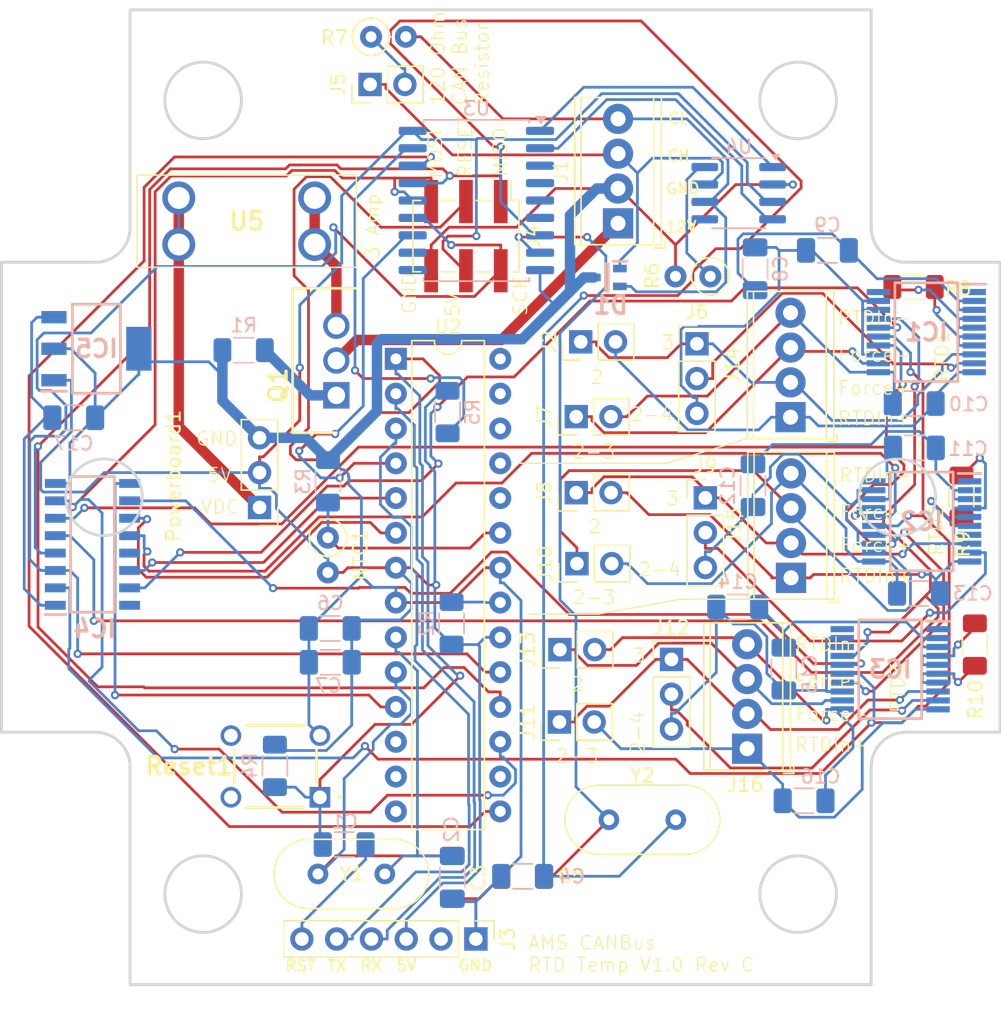
<source format=kicad_pcb>
(kicad_pcb (version 20240108) (generator "pcbnew") (generator_version "8.0")
  (layers (0 "F.Cu" signal) (31 "B.Cu" signal) (34 "B.Paste" user) (35 "F.Paste" user) (36 "B.SilkS" user "B.Silkscreen") (37 "F.SilkS" user "F.Silkscreen") (38 "B.Mask" user) (39 "F.Mask" user) (44 "Edge.Cuts" user))
  (net 0 "")
  (net 1 "GND")
  (net 2 "/BareMinAtmel328P/RESET")
  (net 3 "+5V")
  (net 4 "CANBUS_L")
  (net 5 "CANBUS_H")
  (net 6 "/MAX31865AAP+1/3.3V")
  (net 7 "/MAX31865AAP+1/GND")
  (net 8 "/MAX31865AAP+1/RTDIn+")
  (net 9 "/BareMinAtmel328P/PD0-RX")
  (net 10 "/BareMinAtmel328P/PD1-TX")
  (net 11 "+VDC")
  (net 12 "/BareMinAtmel328P/PC2-A2")
  (net 13 "/BareMinAtmel328P/PD4-D4")
  (net 14 "/BareMinAtmel328P/PB0-D8")
  (net 15 "/BareMinAtmel328P/PC4-A4-SDA")
  (net 16 "/BareMinAtmel328P/PD7-D7")
  (net 17 "/BareMinAtmel328P/PD6-D6")
  (net 18 "/BareMinAtmel328P/PC1-A1")
  (net 19 "/BareMinAtmel328P/PB2-D10-SS")
  (net 20 "/BareMinAtmel328P/PC5-A5-SCL")
  (net 21 "/BareMinAtmel328P/PD3-D3")
  (net 22 "/BareMinAtmel328P/PD5-D5")
  (net 23 "/BareMinAtmel328P/PC3-A3")
  (net 24 "/BareMinAtmel328P/PC0-A0")
  (net 25 "Net-(Q1-Pad1)")
  (net 26 "Net-(Q1-Pad3)")
  (net 27 "/BareMinAtmel328P/AREF")
  (net 30 "/BareMinAtmel328P/PB1-D9")
  (net 31 "/BareMinAtmel328P/PD2-D2")
  (net 32 "/CANBUS-MCP2515/RXtoCANTC")
  (net 33 "/CANBUS-MCP2515/TXtoCANTC")
  (net 34 "Net-(J3-Pin_6)")
  (net 35 "Net-(U2-XTAL1{slash}PB6)")
  (net 36 "Net-(U2-XTAL2{slash}PB7)")
  (net 37 "Net-(U3-OSC2)")
  (net 38 "Net-(U3-OSC1)")
  (net 39 "Net-(J1-Pin_1)")
  (net 41 "Net-(J5-Pin_2)")
  (net 42 "Net-(U3-~{RESET})")
  (net 43 "Net-(U4-Rs)")
  (net 51 "/MAX31865AAP+1/RTDin-")
  (net 52 "/MAX31865AAP+2/3.3V")
  (net 53 "/MAX31865AAP+2/GND")
  (net 54 "/MAX31865AAP+2/RTDIn+")
  (net 55 "/MAX31865AAP+2/RTDin-")
  (net 56 "/MAX31865AAP+3/GND")
  (net 57 "/MAX31865AAP+3/3.3V")
  (net 58 "/MAX31865AAP+3/RTDIn+")
  (net 59 "/MAX31865AAP+3/RTDin-")
  (net 60 "+3.3V")
  (net 62 "/MAX31865AAP+1/MOSI3v")
  (net 63 "Net-(IC1-BIAS)")
  (net 64 "/MAX31865AAP+1/SLC3v")
  (net 65 "/MAX31865AAP+1/CS3v")
  (net 66 "Net-(IC1-FORCE2)")
  (net 67 "Net-(IC1-ISENSOR)")
  (net 69 "/MAX31865AAP+1/MISO3v")
  (net 70 "/MAX31865AAP+1/FORCE+")
  (net 71 "/MAX31865AAP+1/FORCE-")
  (net 74 "/MAX31865AAP+2/CS3v")
  (net 75 "Net-(IC2-ISENSOR)")
  (net 76 "Net-(IC2-BIAS)")
  (net 77 "/MAX31865AAP+2/FORCE+")
  (net 78 "/MAX31865AAP+2/FORCE-")
  (net 79 "Net-(IC2-FORCE2)")
  (net 80 "/MAX31865AAP+3/CS3v")
  (net 81 "/MAX31865AAP+3/FORCE+")
  (net 82 "/MAX31865AAP+3/FORCE-")
  (net 84 "Net-(IC3-BIAS)")
  (net 85 "Net-(IC3-FORCE2)")
  (net 86 "Net-(IC3-ISENSOR)")
  (net 88 "MOSI")
  (net 90 "MISO")
  (net 91 "CLK")
  (footprint "Connector_PinHeader_2.54mm:PinHeader_1x02_P2.54mm_Vertical" (layer "F.Cu") (at 154.4271 80.5207 90)
    (property "Reference" "J2")
    (property "Value" "Conn_01x02")
  )
  (footprint "Capacitor_SMD:C_1206_3216Metric_Pad1.33x1.80mm_HandSolder" (layer "F.Cu") (at 145.0398 119.5882 -90)
    (property "Reference" "C3")
    (property "Value" "22pf")
  )
  (footprint "Connector_PinHeader_2.54mm:PinHeader_1x02_P2.54mm_Vertical" (layer "F.Cu") (at 154.1474 96.7045 90)
    (property "Reference" "J10")
    (property "Value" "Conn_01x02")
  )
  (footprint "Resistor_SMD:R_1206_3216Metric_Pad1.30x1.75mm_HandSolder" (layer "F.Cu") (at 183.194 102.6098 -90)
    (property "Reference" "R10")
    (property "Value" "430")
  )
  (footprint "Resistor_THT:R_Axial_DIN0207_L6.3mm_D2.5mm_P2.54mm_Vertical" (layer "F.Cu") (at 139.1161 58.2607)
    (property "Reference" "R7")
    (property "Value" "120")
  )
  (footprint "TerminalBlock_Phoenix:TerminalBlock_Phoenix_MPT-0,5-4-2.54_1x04_P2.54mm_Horizontal" (layer "F.Cu") (at 157.148 71.8728 90)
    (property "Reference" "J1")
    (property "Value" "Power_And_CAN")
  )
  (footprint "Resistor_THT:R_Axial_DIN0207_L6.3mm_D2.5mm_P2.54mm_Vertical" (layer "F.Cu") (at 135.9656 94.8095 -90)
    (property "Reference" "NTC1")
    (property "Value" "10k")
  )
  (footprint "Connector_PinHeader_2.54mm:PinHeader_1x06_P2.54mm_Vertical" (layer "F.Cu") (at 146.7673 124.0947 -90)
    (property "Reference" "J3")
    (property "Value" "TTL_Programmer")
  )
  (footprint "TerminalBlock_Phoenix:TerminalBlock_Phoenix_MPT-0,5-4-2.54_1x04_P2.54mm_Horizontal" (layer "F.Cu") (at 169.7776 97.7388 90)
    (property "Reference" "J15")
    (property "Value" "RTD2")
  )
  (footprint "Resistor_SMD:R_1206_3216Metric_Pad1.30x1.75mm_HandSolder" (layer "F.Cu") (at 182.215084 91.825486 -90)
    (property "Reference" "R9")
    (property "Value" "430")
  )
  (footprint "Connector_PinHeader_2.54mm:PinHeader_1x02_P2.54mm_Vertical" (layer "F.Cu") (at 154.0918 85.9811 90)
    (property "Reference" "J7")
    (property "Value" "Conn_01x02")
  )
  (footprint "SamacSys_Parts:3568" (layer "F.Cu") (at 134.9995 70.018 180)
    (property "Reference" "U5")
    (property "Value" "3568" (hide yes))
  )
  (footprint "Connector_PinHeader_2.54mm:PinHeader_1x02_P2.54mm_Vertical" (layer "F.Cu") (at 154.0995 91.5261 90)
    (property "Reference" "J8")
    (property "Value" "Conn_01x02")
  )
  (footprint "Resistor_THT:R_Axial_DIN0207_L6.3mm_D2.5mm_P2.54mm_Vertical" (layer "F.Cu") (at 163.8817 75.7434 180)
    (property "Reference" "R6")
    (property "Value" "17k")
  )
  (footprint "TerminalBlock_Phoenix:TerminalBlock_Phoenix_MPT-0,5-4-2.54_1x04_P2.54mm_Horizontal" (layer "F.Cu") (at 169.7408 86.0179 90)
    (property "Reference" "J14")
    (property "Value" "RTD1")
  )
  (footprint "TerminalBlock_Phoenix:TerminalBlock_Phoenix_MPT-0,5-4-2.54_1x04_P2.54mm_Horizontal" (layer "F.Cu") (at 166.5721 110.2066 90)
    (property "Reference" "J16")
    (property "Value" "RTD3")
  )
  (footprint "Connector_PinHeader_2.54mm:PinHeader_1x03_P2.54mm_Vertical" (layer "F.Cu") (at 130.9763 92.6026 180)
    (property "Reference" "Powerboard1")
    (property "Value" "Conn_01x03" (hide yes))
  )
  (footprint "Connector_PinHeader_2.54mm:PinHeader_2x03_P2.54mm_Vertical_SMD" (layer "F.Cu") (at 146.0451 72.807 -90)
    (property "Reference" "J4")
    (property "Value" "ICSP")
  )
  (footprint "Connector_PinHeader_2.54mm:PinHeader_1x03_P2.54mm_Vertical" (layer "F.Cu") (at 163.5222 91.904)
    (property "Reference" "J9")
    (property "Value" "Conn_01x03")
  )
  (footprint "Package_DIP:DIP-28_W7.62mm" (layer "F.Cu") (at 140.9295 81.7618)
    (property "Reference" "U2")
    (property "Value" "ATmega328P-P")
  )
  (footprint "Connector_PinHeader_2.54mm:PinHeader_1x02_P2.54mm_Vertical" (layer "F.Cu") (at 139.0496 61.7385 90)
    (property "Reference" "J5")
    (property "Value" "Conn_01x02")
  )
  (footprint "SamacSys_Parts:TO254P469X1042X1967-3P" (layer "F.Cu") (at 136.586 84.4236 90)
    (property "Reference" "Q1")
    (property "Value" "IRF9Z34NPBF" (hide yes))
  )
  (footprint "Resistor_SMD:R_1206_3216Metric_Pad1.30x1.75mm_HandSolder" (layer "F.Cu") (at 178.72 76.5165)
    (property "Reference" "R8")
    (property "Value" "430")
  )
  (footprint "Crystal:Crystal_HC49-U_Vertical" (layer "F.Cu") (at 156.4829 115.3912)
    (property "Reference" "Y2")
    (property "Value" "16MHz")
  )
  (footprint "SamacSys_Parts:TS0266160BK260LCRD" (layer "F.Cu") (at 135.3853 113.7525 180)
    (property "Reference" "Reset1")
    (property "Value" "TS02-66-160-BK-260-LCR-D" (hide yes))
  )
  (footprint "Connector_PinHeader_2.54mm:PinHeader_1x03_P2.54mm_Vertical" (layer "F.Cu") (at 162.9051 80.6644)
    (property "Reference" "J6")
    (property "Value" "Conn_01x03")
  )
  (footprint "Capacitor_SMD:C_1206_3216Metric_Pad1.33x1.80mm_HandSolder" (layer "F.Cu") (at 150.191 119.5342 180)
    (property "Reference" "C5")
    (property "Value" "22pf")
  )
  (footprint "Crystal:Crystal_HC49-U_Vertical" (layer "F.Cu") (at 135.2413 119.3453)
    (property "Reference" "Y1")
    (property "Value" "16MHz")
  )
  (footprint "Connector_PinHeader_2.54mm:PinHeader_1x03_P2.54mm_Vertical" (layer "F.Cu") (at 161.0474 103.6931)
    (property "Reference" "J12")
    (property "Value" "Conn_01x03")
  )
  (footprint "Connector_PinHeader_2.54mm:PinHeader_1x02_P2.54mm_Vertical" (layer "F.Cu") (at 152.8674 108.2594 90)
    (property "Reference" "J11")
    (property "Value" "Conn_01x02")
  )
  (footprint "Connector_PinHeader_2.54mm:PinHeader_1x02_P2.54mm_Vertical" (layer "F.Cu") (at 152.9033 102.9799 90)
    (property "Reference" "J13")
    (property "Value" "Conn_01x02")
  )
  (footprint "Capacitor_SMD:C_1206_3216Metric_Pad1.33x1.80mm_HandSolder" (layer "B.Cu") (at 117.4122 86.0576 180)
    (property "Reference" "C17")
    (property "Value" "22uf")
  )
  (footprint "Capacitor_SMD:C_1206_3216Metric_Pad1.33x1.80mm_HandSolder" (layer "B.Cu") (at 145.0463 119.6007 -90)
    (property "Reference" "C2")
    (property "Value" "22pf")
  )
  (footprint "Package_SO:SOIC-8_3.9x4.9mm_P1.27mm" (layer "B.Cu") (at 165.9548 69.674 180)
    (property "Reference" "U4")
    (property "Value" "MCP2551-I-SN")
  )
  (footprint "SamacSys_Parts:SOP65P778X199-20N" (layer "B.Cu") (at 179.3146 93.6244 180)
    (property "Reference" "IC2")
    (property "Value" "MAX31865AAP+" (hide yes))
  )
  (footprint "Resistor_SMD:R_1206_3216Metric_Pad1.30x1.75mm_HandSolder" (layer "B.Cu") (at 129.8143 81.1293 180)
    (property "Reference" "R1")
    (property "Value" "10k")
  )
  (footprint "Capacitor_SMD:C_1206_3216Metric_Pad1.33x1.80mm_HandSolder" (layer "B.Cu") (at 178.7666 85.0245)
    (property "Reference" "C10")
    (property "Value" "100nF")
  )
  (footprint "Capacitor_SMD:C_1206_3216Metric_Pad1.33x1.80mm_HandSolder" (layer "B.Cu") (at 167.1534 75.1899 90)
    (property "Reference" "C8")
    (property "Value" "0.33uF")
  )
  (footprint "Resistor_SMD:R_1206_3216Metric_Pad1.30x1.75mm_HandSolder" (layer "B.Cu") (at 132.0964 111.4623 -90)
    (property "Reference" "R4")
    (property "Value" "10k")
  )
  (footprint "Capacitor_SMD:C_1206_3216Metric_Pad1.33x1.80mm_HandSolder" (layer "B.Cu") (at 172.4328 73.8487 180)
    (property "Reference" "C9")
    (property "Value" "0.33uF")
  )
  (footprint "Capacitor_SMD:C_1206_3216Metric_Pad1.33x1.80mm_HandSolder" (layer "B.Cu") (at 150.181 119.5151 180)
    (property "Reference" "C4")
    (property "Value" "22pf")
  )
  (footprint "Package_SO:SOIC-18W_7.5x11.6mm_P1.27mm" (layer "B.Cu") (at 146.8051 70.207 180)
    (property "Reference" "U3")
    (property "Value" "MCP2515-xSO")
  )
  (footprint "Resistor_SMD:R_1206_3216Metric_Pad1.30x1.75mm_HandSolder" (layer "B.Cu") (at 144.703 85.6468 90)
    (property "Reference" "R5")
    (property "Value" "10k")
  )
  (footprint "Resistor_SMD:R_1206_3216Metric_Pad1.30x1.75mm_HandSolder" (layer "B.Cu") (at 135.973 90.6987 -90)
    (property "Reference" "R3")
    (property "Value" "10k")
  )
  (footprint "SamacSys_Parts:SOP65P778X199-20N" (layer "B.Cu") (at 177.0139 104.4095 180)
    (property "Reference" "IC3")
    (property "Value" "MAX31865AAP+" (hide yes))
  )
  (footprint "Capacitor_SMD:C_1206_3216Metric_Pad1.33x1.80mm_HandSolder" (layer "B.Cu") (at 137.1546 117.1997 180)
    (property "Reference" "C1")
    (property "Value" "100nf")
  )
  (footprint "SamacSys_Parts:SOIC127P600X175-16N" (layer "B.Cu") (at 118.7791 95.298)
    (property "Reference" "IC4")
    (property "Value" "CD74HC4050ME4" (hide yes))
  )
  (footprint "Capacitor_SMD:C_1206_3216Metric_Pad1.33x1.80mm_HandSolder" (layer "B.Cu") (at 169.2516 104.3931 -90)
    (property "Reference" "C15")
    (property "Value" "0.33uF")
  )
  (footprint "Resistor_SMD:R_1206_3216Metric_Pad1.30x1.75mm_HandSolder" (layer "B.Cu") (at 144.9956 101.059 -90)
    (property "Reference" "R2")
    (property "Value" "4.7k")
  )
  (footprint "SamacSys_Parts:SOP65P778X199-20N" (layer "B.Cu") (at 179.6533 79.8111 180)
    (property "Reference" "IC1")
    (property "Value" "MAX31865AAP+" (hide yes))
  )
  (footprint "Capacitor_SMD:C_1206_3216Metric_Pad1.33x1.80mm_HandSolder" (layer "B.Cu") (at 166.9995 91.0086 -90)
    (property "Reference" "C12")
    (property "Value" "0.33uF")
  )
  (footprint "SamacSys_Parts:SOT230P700X180-4N" (layer "B.Cu") (at 119.0669 81.0233)
    (property "Reference" "IC5")
    (property "Value" "AZ1117CH2-3.3TRG1" (hide yes))
  )
  (footprint "Capacitor_SMD:C_1206_3216Metric_Pad1.33x1.80mm_HandSolder" (layer "B.Cu") (at 178.7824 88.2598 180)
    (property "Reference" "C11")
    (property "Value" "0.33uF")
  )
  (footprint "Capacitor_SMD:C_1206_3216Metric_Pad1.33x1.80mm_HandSolder" (layer "B.Cu") (at 136.143 103.9017 180)
    (property "Reference" "C7")
    (property "Value" "100nf")
  )
  (footprint "Capacitor_SMD:C_1206_3216Metric_Pad1.33x1.80mm_HandSolder" (layer "B.Cu") (at 179.0811 98.8786)
    (property "Reference" "C13")
    (property "Value" "100nF")
  )
  (footprint "SamacSys_Parts:SOT65P210X110-3N" (layer "B.Cu") (at 156.3314 75.8236 180)
    (property "Reference" "D1")
    (property "Value" "PESD5V0L2UU,115" (hide yes))
  )
  (footprint "Capacitor_SMD:C_1206_3216Metric_Pad1.33x1.80mm_HandSolder" (layer "B.Cu") (at 136.1393 101.4318 180)
    (property "Reference" "C6")
    (property "Value" "100nf")
  )
  (footprint "Capacitor_SMD:C_1206_3216Metric_Pad1.33x1.80mm_HandSolder" (layer "B.Cu") (at 165.8854 99.864 180)
    (property "Reference" "C14")
    (property "Value" "0.33uF")
  )
  (footprint "Capacitor_SMD:C_1206_3216Metric_Pad1.33x1.80mm_HandSolder" (layer "B.Cu") (at 170.729623 114.007803 180)
    (property "Reference" "C16")
    (property "Value" "100nF")
  )
  (gr_line (start 155.749714 100.377371) (end 150.642036 100.377371) (stroke (width 0.1)) (layer "F.SilkS"))
  (gr_line (start 166.6176 99.2988) (end 161.702271 99.302071) (stroke (width 0.1)) (layer "F.SilkS"))
  (gr_line (start 150.017978 89.374742) (end 160.694177 89.374742) (stroke (width 0.1)) (layer "F.SilkS"))
  (gr_line (start 161.702271 99.302071) (end 155.749714 100.377371) (stroke (width 0.1)) (layer "F.SilkS"))
  (gr_line (start 160.694177 89.374742) (end 166.5808 87.5779) (stroke (width 0.1)) (layer "F.SilkS"))
  (gr_line (start 118.9873 74.715733) (end 112.129317 74.715733) (stroke (width 0.2)) (layer "Edge.Cuts"))
  (gr_curve (pts (xy 175.629317 111.545738) (xy 175.629317 110.142934) (xy 176.766514 109.005738) (xy 178.169317 109.005738)) (stroke (width 0.2)) (layer "Edge.Cuts"))
  (gr_line (start 121.5273 56.300729) (end 121.5273 72.175733) (stroke (width 0.2)) (layer "Edge.Cuts"))
  (gr_curve (pts (xy 118.9873 109.005738) (xy 120.390104 109.005738) (xy 121.5273 110.142934) (xy 121.5273 111.545738)) (stroke (width 0.2)) (layer "Edge.Cuts"))
  (gr_circle (center 119.622309 91.860725) (end 122.416309 91.860725) (stroke (width 0.2)) (fill none) (layer "Edge.Cuts"))
  (gr_circle (center 126.861309 120.816725) (end 129.655309 120.816725) (stroke (width 0.2)) (fill none) (layer "Edge.Cuts"))
  (gr_circle (center 170.295309 62.904725) (end 173.089309 62.904725) (stroke (width 0.2)) (fill none) (layer "Edge.Cuts"))
  (gr_circle (center 177.534309 91.860725) (end 180.328309 91.860725) (stroke (width 0.2)) (fill none) (layer "Edge.Cuts"))
  (gr_line (start 185.0273 109.005738) (end 185.0273 74.715733) (stroke (width 0.2)) (layer "Edge.Cuts"))
  (gr_line (start 175.629317 127.420721) (end 175.629317 111.545738) (stroke (width 0.2)) (layer "Edge.Cuts"))
  (gr_circle (center 126.861309 62.904725) (end 129.655309 62.904725) (stroke (width 0.2)) (fill none) (layer "Edge.Cuts"))
  (gr_line (start 175.629317 127.420721) (end 175.629317 111.545738) (stroke (width 0.2)) (layer "Edge.Cuts"))
  (gr_line (start 185.0273 74.715733) (end 178.169317 74.715733) (stroke (width 0.2)) (layer "Edge.Cuts"))
  (gr_curve (pts (xy 121.5273 72.175733) (xy 121.5273 73.578537) (xy 120.390104 74.715733) (xy 118.9873 74.715733)) (stroke (width 0.2)) (layer "Edge.Cuts"))
  (gr_curve (pts (xy 118.9873 109.005738) (xy 120.390104 109.005738) (xy 121.5273 110.142934) (xy 121.5273 111.545738)) (stroke (width 0.2)) (layer "Edge.Cuts"))
  (gr_line (start 121.5273 111.545738) (end 121.5273 127.420721) (stroke (width 0.2)) (layer "Edge.Cuts"))
  (gr_line (start 175.629317 56.300729) (end 121.5273 56.300729) (stroke (width 0.2)) (layer "Edge.Cuts"))
  (gr_line (start 112.129317 74.715733) (end 112.129317 109.005738) (stroke (width 0.2)) (layer "Edge.Cuts"))
  (gr_line (start 121.5273 127.420721) (end 175.629317 127.420721) (stroke (width 0.2)) (layer "Edge.Cuts"))
  (gr_line (start 112.129317 74.715733) (end 112.129317 109.005738) (stroke (width 0.2)) (layer "Edge.Cuts"))
  (gr_circle (center 170.295309 120.816725) (end 173.089309 120.816725) (stroke (width 0.2)) (fill none) (layer "Edge.Cuts"))
  (gr_line (start 175.629317 56.300729) (end 121.5273 56.300729) (stroke (width 0.2)) (layer "Edge.Cuts"))
  (gr_line (start 178.169317 109.005738) (end 185.0273 109.005738) (stroke (width 0.2)) (layer "Edge.Cuts"))
  (gr_curve (pts (xy 178.169317 74.715733) (xy 176.766514 74.715733) (xy 175.629317 73.578537) (xy 175.629317 72.175733)) (stroke (width 0.2)) (layer "Edge.Cuts"))
  (gr_line (start 121.5273 111.545738) (end 121.5273 127.420721) (stroke (width 0.2)) (layer "Edge.Cuts"))
  (gr_circle (center 170.295309 62.904725) (end 173.089309 62.904725) (stroke (width 0.2)) (fill none) (layer "Edge.Cuts"))
  (gr_curve (pts (xy 175.629317 111.545738) (xy 175.629317 110.142934) (xy 176.766514 109.005738) (xy 178.169317 109.005738)) (stroke (width 0.2)) (layer "Edge.Cuts"))
  (gr_line (start 178.169317 109.005738) (end 185.0273 109.005738) (stroke (width 0.2)) (layer "Edge.Cuts"))
  (gr_line (start 175.629317 72.175733) (end 175.629317 56.300729) (stroke (width 0.2)) (layer "Edge.Cuts"))
  (gr_line (start 112.129317 109.005738) (end 118.9873 109.005738) (stroke (width 0.2)) (layer "Edge.Cuts"))
  (gr_line (start 185.0273 74.715733) (end 178.169317 74.715733) (stroke (width 0.2)) (layer "Edge.Cuts"))
  (gr_circle (center 126.861309 62.904725) (end 129.655309 62.904725) (stroke (width 0.2)) (fill none) (layer "Edge.Cuts"))
  (gr_line (start 185.0273 109.005738) (end 185.0273 74.715733) (stroke (width 0.2)) (layer "Edge.Cuts"))
  (gr_line (start 121.5273 127.420721) (end 175.629317 127.420721) (stroke (width 0.2)) (layer "Edge.Cuts"))
  (gr_curve (pts (xy 121.5273 72.175733) (xy 121.5273 73.578537) (xy 120.390104 74.715733) (xy 118.9873 74.715733)) (stroke (width 0.2)) (layer "Edge.Cuts"))
  (gr_line (start 121.5273 56.300729) (end 121.5273 72.175733) (stroke (width 0.2)) (layer "Edge.Cuts"))
  (gr_line (start 112.129317 109.005738) (end 118.9873 109.005738) (stroke (width 0.2)) (layer "Edge.Cuts"))
  (gr_line (start 118.9873 74.715733) (end 112.129317 74.715733) (stroke (width 0.2)) (layer "Edge.Cuts"))
  (gr_circle (center 126.861309 120.816725) (end 129.655309 120.816725) (stroke (width 0.2)) (fill none) (layer "Edge.Cuts"))
  (gr_curve (pts (xy 178.169317 74.715733) (xy 176.766514 74.715733) (xy 175.629317 73.578537) (xy 175.629317 72.175733)) (stroke (width 0.2)) (layer "Edge.Cuts"))
  (gr_line (start 175.629317 72.175733) (end 175.629317 56.300729) (stroke (width 0.2)) (layer "Edge.Cuts"))
  (gr_circle (center 170.295309 120.816725) (end 173.089309 120.816725) (stroke (width 0.2)) (fill none) (layer "Edge.Cuts"))
  (gr_text "GND" (at 142.490484 78.577179 90) (layer "F.SilkS") (effects (font (size 1 1) (thickness 0.1)) (justify left bottom)))
  (gr_text "120 Ohm \nCAN Bus \nResistor" (at 147.795716 63.344447 90) (layer "F.SilkS") (effects (font (size 1 1) (thickness 0.1)) (justify left bottom)))
  (gr_text "Force-" (at 170.013194 105.863515 0) (layer "F.SilkS") (effects (font (size 1 1) (thickness 0.1)) (justify left bottom)))
  (gr_text "3" (at 160.23478 81.1448 0) (layer "F.SilkS") (effects (font (size 1 1) (thickness 0.1)) (justify left bottom)))
  (gr_text "2" (at 154.896541 94.580965 0) (layer "F.SilkS") (effects (font (size 1 1) (thickness 0.1)) (justify left bottom)))
  (gr_text "RTDIn+" (at 173.213373 98.172184 0) (layer "F.SilkS") (effects (font (size 1 1) (thickness 0.1)) (justify left bottom)))
  (gr_text "RTD1" (at 181.408401 83.493644 90) (layer "F.SilkS") (effects (font (size 1 1) (thickness 0.1)) (justify left bottom)))
  (gr_text "2-3" (at 152.508183 111.323981 0) (layer "F.SilkS") (effects (font (size 1 1) (thickness 0.1)) (justify left bottom)))
  (gr_text "Force-" (at 173.146118 82.058 0) (layer "F.SilkS") (effects (font (size 1 1) (thickness 0.1)) (justify left bottom)))
  (gr_text "Force-" (at 173.237182 93.535241 0) (layer "F.SilkS") (effects (font (size 1 1) (thickness 0.1)) (justify left bottom)))
  (gr_text "RTDIn+" (at 173.122309 86.694943 0) (layer "F.SilkS") (effects (font (size 1 1) (thickness 0.1)) (justify left bottom)))
  (gr_text "Force+" (at 170.013194 108.27059 0) (layer "F.SilkS") (effects (font (size 1 1) (thickness 0.1)) (justify left bottom)))
  (gr_text "Force+" (at 173.237182 95.942316 0) (layer "F.SilkS") (effects (font (size 1 1) (thickness 0.1)) (justify left bottom)))
  (gr_text "CH" (at 160.638887 67.408059 0) (layer "F.SilkS") (effects (font (size 0.8 0.8) (thickness 0.15) (bold yes)) (justify left bottom)))
  (gr_text "CL" (at 160.718628 64.696854 0) (layer "F.SilkS") (effects (font (size 0.8 0.8) (thickness 0.15) (bold yes)) (justify left bottom)))
  (gr_text "3" (at 158.143321 103.988456 0) (layer "F.SilkS") (effects (font (size 1 1) (thickness 0.1)) (justify left bottom)))
  (gr_text "SCK" (at 150.595068 78.714346 90) (layer "F.SilkS") (effects (font (size 1 1) (thickness 0.1)) (justify left bottom)))
  (gr_text "2-4" (at 159.171359 110.695982 90) (layer "F.SilkS") (effects (font (size 1 1) (thickness 0.1)) (justify left bottom)))
  (gr_text "GND" (at 145.415536 126.480591 0) (layer "F.SilkS") (effects (font (size 0.8 0.8) (thickness 0.15) (bold yes)) (justify left bottom)))
  (gr_text "RTDIn-" (at 173.213373 90.847586 0) (layer "F.SilkS") (effects (font (size 1 1) (thickness 0.1)) (justify left bottom)))
  (gr_text "RTDIn-" (at 173.122309 79.370345 0) (layer "F.SilkS") (effects (font (size 1 1) (thickness 0.1)) (justify left bottom)))
  (gr_text "RST" (at 132.791712 126.507341 0) (layer "F.SilkS") (effects (font (size 0.8 0.8) (thickness 0.15) (bold yes)) (justify left bottom)))
  (gr_text "5V" (at 140.87107 126.507341 0) (layer "F.SilkS") (effects (font (size 0.8 0.8) (thickness 0.15) (bold yes)) (justify left bottom)))
  (gr_text "3" (at 160.589781 92.533401 0) (layer "F.SilkS") (effects (font (size 1 1) (thickness 0.1)) (justify left bottom)))
  (gr_text "MOSI" (at 144.39639 68.697574 90) (layer "F.SilkS") (effects (font (size 1 1) (thickness 0.1)) (justify left bottom)))
  (gr_text "2-3" (at 153.758893 99.753973 0) (layer "F.SilkS") (effects (font (size 1 1) (thickness 0.1)) (justify left bottom)))
  (gr_text "GND" (at 160.559146 69.800299 0) (layer "F.SilkS") (effects (font (size 0.8 0.8) (thickness 0.15) (bold yes)) (justify left bottom)))
  (gr_text "RX" (at 138.25716 126.494835 0) (layer "F.SilkS") (effects (font (size 0.8 0.8) (thickness 0.15) (bold yes)) (justify left bottom)))
  (gr_text "GND" (at 126.269316 88.173773 0) (layer "F.SilkS") (effects (font (size 1 1) (thickness 0.1)) (justify left bottom)))
  (gr_text "2" (at 155.079662 83.677119 0) (layer "F.SilkS") (effects (font (size 1 1) (thickness 0.1)) (justify left bottom)))
  (gr_text "2" (at 153.633791 106.087107 0) (layer "F.SilkS") (effects (font (size 1 1) (thickness 0.1)) (justify left bottom)))
  (gr_text "RTDIn-" (at 169.989385 103.17586 0) (layer "F.SilkS") (effects (font (size 1 1) (thickness 0.1)) (justify left bottom)))
  (gr_text "2-3" (at 153.734645 89.12449 0) (layer "F.SilkS") (effects (font (size 1 1) (thickness 0.1)) (justify left bottom)))
  (gr_text "2-4" (at 158.551448 97.709074 0) (layer "F.SilkS") (effects (font (size 1 1) (thickness 0.1)) (justify left bottom)))
  (gr_text "TX" (at 135.830852 126.519848 0) (layer "F.SilkS") (effects (font (size 0.8 0.8) (thickness 0.15) (bold yes)) (justify left bottom)))
  (gr_text "12V" (at 160.559146 72.591246 0) (layer "F.SilkS") (effects (font (size 0.8 0.8) (thickness 0.15) (bold yes)) (justify left bottom)))
  (gr_text "AMS CANBus\nRTD Temp V1.0 Rev C" (at 150.512323 126.558892 0) (layer "F.SilkS") (effects (font (size 1 1) (thickness 0.1)) (justify left bottom)))
  (gr_text "5V" (at 127.091727 90.818777 0) (layer "F.SilkS") (effects (font (size 1 1) (thickness 0.1)) (justify left bottom)))
  (gr_text "3 Amp" (at 139.829903 74.55505 90) (layer "F.SilkS") (effects (font (size 1 1) (thickness 0.1)) (justify left bottom)))
  (gr_text "RTDIn+" (at 169.989385 110.500458 0) (layer "F.SilkS") (effects (font (size 1 1) (thickness 0.1)) (justify left bottom)))
  (gr_text "RTD3" (at 178.15997 107.685753 90) (layer "F.SilkS") (effects (font (size 1 1) (thickness 0.1)) (justify left bottom)))
  (gr_text "RTD2" (at 180.959818 96.21146 90) (layer "F.SilkS") (effects (font (size 1 1) (thickness 0.1)) (justify left bottom)))
  (gr_text "VDC" (at 126.604589 93.152572 0) (layer "F.SilkS") (effects (font (size 1 1) (thickness 0.1)) (justify left bottom)))
  (gr_text "MISO" (at 149.134678 68.555049 90) (layer "F.SilkS") (effects (font (size 1 1) (thickness 0.1)) (justify left bottom)))
  (gr_text "RESET" (at 146.592921 68.609515 90) (layer "F.SilkS") (effects (font (size 1 1) (thickness 0.1)) (justify left bottom)))
  (gr_text "Force+" (at 173.146118 84.465075 0) (layer "F.SilkS") (effects (font (size 1 1) (thickness 0.1)) (justify left bottom)))
  (gr_text "2-4" (at 157.983564 86.413605 0) (layer "F.SilkS") (effects (font (size 1 1) (thickness 0.1)) (justify left bottom)))
  (gr_text "5V" (at 145.665874 78.768812 90) (layer "F.SilkS") (effects (font (size 1 1) (thickness 0.1)) (justify left bottom)))
  (segment (start 152.5703 69.3328) (end 157.148 69.3328) (width 0.2) (layer "F.Cu") (net 1))
  (segment (start 144.8017 72.1587) (end 149.7444 72.1587) (width 0.2) (layer "F.Cu") (net 1))
  (segment (start 161.3417 73.439) (end 161.3417 75.7434) (width 0.2) (layer "F.Cu") (net 1))
  (segment (start 157.2355 69.3328) (end 161.3417 73.439) (width 0.2) (layer "F.Cu") (net 1))
  (segment (start 146.7673 124.0947) (end 146.7673 121.1507) (width 0.2) (layer "F.Cu") (net 1))
  (segment (start 165.7353 69.0454) (end 169.908 69.0454) (width 0.2) (layer "F.Cu") (net 1))
  (segment (start 148.5495 97.0018) (end 147.4478 97.0018) (width 0.2) (layer "F.Cu") (net 1))
  (segment (start 143.5051 75.332) (end 143.5051 73.4553) (width 0.2) (layer "F.Cu") (net 1))
  (segment (start 149.7444 72.1587) (end 152.5703 69.3328) (width 0.2) (layer "F.Cu") (net 1))
  (segment (start 146.7673 121.1507) (end 145.0398 121.1507) (width 0.2) (layer "F.Cu") (net 1))
  (segment (start 161.3417 73.439) (end 165.7353 69.0454) (width 0.2) (layer "F.Cu") (net 1))
  (segment (start 146.7673 121.1507) (end 146.7673 121.1506) (width 0.2) (layer "F.Cu") (net 1))
  (segment (start 147.0121 121.1506) (end 148.6285 119.5342) (width 0.2) (layer "F.Cu") (net 1))
  (segment (start 143.5051 73.4553) (end 144.8017 72.1587) (width 0.2) (layer "F.Cu") (net 1))
  (segment (start 146.7673 121.1506) (end 147.0121 121.1506) (width 0.2) (layer "F.Cu") (net 1))
  (segment (start 140.9295 99.5418) (end 144.9078 99.5418) (width 0.2) (layer "F.Cu") (net 1))
  (segment (start 144.9078 99.5418) (end 147.4478 97.0018) (width 0.2) (layer "F.Cu") (net 1))
  (via (at 169.908 69.0454) (size 0.6) (drill 0.3) (layers "F.Cu" "B.Cu") (net 1))
  (segment (start 134.5805 103.9017) (end 134.5805 108.4477) (width 0.2) (layer "B.Cu") (net 1))
  (segment (start 153.644 76.8352) (end 152.5807 77.8986) (width 0.762) (layer "B.Cu") (net 1))
  (segment (start 122.1669 81.9741) (end 127.2682 81.9741) (width 0.2) (layer "B.Cu") (net 1))
  (segment (start 122.1073 82.925) (end 118.9747 86.0576) (width 0.2) (layer "B.Cu") (net 1))
  (segment (start 139.548 80.6508) (end 139.871 80.328) (width 0.762) (layer "B.Cu") (net 1))
  (segment (start 128.2643 82.9696) (end 128.2643 81.1293) (width 0.2) (layer "B.Cu") (net 1))
  (segment (start 118.9747 86.0576) (end 118.9747 82.8044) (width 0.2) (layer "B.Cu") (net 1))
  (segment (start 138.4116 97.597) (end 134.5768 101.4318) (width 0.2) (layer "B.Cu") (net 1))
  (segment (start 138.4101 91.8639) (end 137.4954 90.9492) (width 0.2) (layer "B.Cu") (net 1))
  (segment (start 128.264 82.9699) (end 128.264 84.8106) (width 0.762) (layer "B.Cu") (net 1))
  (segment (start 139.2547 98.4401) (end 138.4116 97.597) (width 0.2) (layer "B.Cu") (net 1))
  (segment (start 151.804 78.6754) (end 154.656 75.8236) (width 0.762) (layer "B.Cu") (net 1))
  (segment (start 151.4551 75.287) (end 151.4551 76.773) (width 0.2) (layer "B.Cu") (net 1))
  (segment (start 128.264 84.8106) (end 130.976 87.5226) (width 0.762) (layer "B.Cu") (net 1))
  (segment (start 137.1131 89.8441) (end 136.9582 89.8441) (width 0.2) (layer "B.Cu") (net 1))
  (segment (start 134.347 87.5226) (end 135.973 89.1487) (width 0.762) (layer "B.Cu") (net 1))
  (segment (start 130.9763 87.5226) (end 134.347 87.5226) (width 0.762) (layer "B.Cu") (net 1))
  (segment (start 137.4954 90.9492) (end 137.4954 90.3813) (width 0.2) (layer "B.Cu") (net 1))
  (segment (start 150.0644 99.3901) (end 148.7778 98.1035) (width 0.2) (layer "B.Cu") (net 1))
  (segment (start 140.9295 98.4401) (end 139.2547 98.4401) (width 0.2) (layer "B.Cu") (net 1))
  (segment (start 137.4954 90.3813) (end 137.4656 90.3515) (width 0.2) (layer "B.Cu") (net 1))
  (segment (start 150.152 80.328) (end 151.804 78.6754) (width 0.762) (layer "B.Cu") (net 1))
  (segment (start 139.871 80.328) (end 150.152 80.328) (width 0.762) (layer "B.Cu") (net 1))
  (segment (start 127.2682 81.9741) (end 128.264 82.9699) (width 0.2) (layer "B.Cu") (net 1))
  (segment (start 157.148 69.3328) (end 155.592 69.3328) (width 0.762) (layer "B.Cu") (net 1))
  (segment (start 145.2494 121.3663) (end 146.7673 121.3663) (width 0.2) (layer "B.Cu") (net 1))
  (segment (start 140.9295 99.5418) (end 140.9295 98.4401) (width 0.2) (layer "B.Cu") (net 1))
  (segment (start 134.5805 101.4355) (end 134.5805 103.9017) (width 0.2) (layer "B.Cu") (net 1))
  (segment (start 116.0671 90.853) (end 117.1313 90.853) (width 0.2) (layer "B.Cu") (net 1))
  (segment (start 134.5805 108.4477) (end 135.3853 109.2525) (width 0.2) (layer "B.Cu") (net 1))
  (segment (start 137.4656 90.1966) (end 137.1131 89.8441) (width 0.2) (layer "B.Cu") (net 1))
  (segment (start 148.7778 98.1035) (end 148.5495 98.1035) (width 0.2) (layer "B.Cu") (net 1))
  (segment (start 118.9747 86.0576) (end 117.1313 87.901) (width 0.2) (layer "B.Cu") (net 1))
  (segment (start 137.4656 90.3515) (end 137.4656 90.1966) (width 0.2) (layer "B.Cu") (net 1))
  (segment (start 136.1179 89.0038) (end 139.548 85.5732) (width 0.762) (layer "B.Cu") (net 1))
  (segment (start 146.7673 121.3663) (end 146.7673 124.0947) (width 0.2) (layer "B.Cu") (net 1))
  (segment (start 138.4116 97.597) (end 138.4116 93.1898) (width 0.2) (layer "B.Cu") (net 1))
  (segment (start 115.9669 81.0233) (end 117.1936 81.0233) (width 0.2) (layer "B.Cu") (net 1))
  (segment (start 169.9016 69.039) (end 169.908 69.0454) (width 0.2) (layer "B.Cu") (net 1))
  (segment (start 154.656 75.8236) (end 155.381 75.8236) (width 0.762) (layer "B.Cu") (net 1))
  (segment (start 152.5807 77.8986) (end 151.804 78.6754) (width 0.762) (layer "B.Cu") (net 1))
  (segment (start 122.1669 81.9741) (end 122.1669 82.925) (width 0.2) (layer "B.Cu") (net 1))
  (segment (start 128.264 81.1293) (end 128.264 82.9699) (width 0.762) (layer "B.Cu") (net 1))
  (segment (start 153.644 71.2808) (end 153.644 76.8352) (width 0.762) (layer "B.Cu") (net 1))
  (segment (start 138.4116 93.1898) (end 138.4101 93.1883) (width 0.2) (layer "B.Cu") (net 1))
  (segment (start 138.4101 93.1883) (end 138.4101 91.8639) (width 0.2) (layer "B.Cu") (net 1))
  (segment (start 118.9747 82.8044) (end 117.1936 81.0233) (width 0.2) (layer "B.Cu") (net 1))
  (segment (start 139.548 85.5732) (end 139.548 80.6508) (width 0.762) (layer "B.Cu") (net 1))
  (segment (start 122.1669 82.925) (end 122.1073 82.925) (width 0.2) (layer "B.Cu") (net 1))
  (segment (start 151.4551 76.773) (end 152.5807 77.8986) (width 0.2) (layer "B.Cu") (net 1))
  (segment (start 136.9582 89.8441) (end 136.1179 89.0038) (width 0.2) (layer "B.Cu") (net 1))
  (segment (start 128.264 82.9699) (end 128.2643 82.9696) (width 0.2) (layer "B.Cu") (net 1))
  (segment (start 146.7673 121.3663) (end 148.6185 119.5151) (width 0.2) (layer "B.Cu") (net 1))
  (segment (start 150.0644 118.0692) (end 150.0644 99.3901) (width 0.2) (layer "B.Cu") (net 1))
  (segment (start 117.1313 87.901) (end 117.1313 90.853) (width 0.2) (layer "B.Cu") (net 1))
  (segment (start 168.4298 69.039) (end 169.9016 69.039) (width 0.2) (layer "B.Cu") (net 1))
  (segment (start 148.5495 97.0018) (end 148.5495 98.1035) (width 0.2) (layer "B.Cu") (net 1))
  (segment (start 148.6185 119.5151) (end 150.0644 118.0692) (width 0.2) (layer "B.Cu") (net 1))
  (segment (start 155.592 69.3328) (end 153.644 71.2808) (width 0.762) (layer "B.Cu") (net 1))
  (segment (start 133.6429 89.1256) (end 133.2254 88.7081) (width 0.2) (layer "F.Cu") (net 2))
  (segment (start 135.3853 113.7525) (end 135.3853 112.4535) (width 0.2) (layer "F.Cu") (net 2))
  (segment (start 144.1235 82.9833) (end 144.1235 83.4385) (width 0.2) (layer "F.Cu") (net 2))
  (segment (start 136.1407 68.4668) (end 139.8326 72.1587) (width 0.2) (layer "F.Cu") (net 2))
  (segment (start 141.8782 85.6838) (end 139.6141 85.6838) (width 0.2) (layer "F.Cu") (net 2))
  (segment (start 139.6141 85.6838) (end 136.1723 89.1256) (width 0.2) (layer "F.Cu") (net 2))
  (segment (start 142.0761 108.4318) (end 139.407 108.4318) (width 0.2) (layer "F.Cu") (net 2))
  (segment (start 133.2254 88.7081) (end 133.2254 88.1376) (width 0.2) (layer "F.Cu") (net 2))
  (segment (start 133.4967 75.6931) (end 133.4967 69.3803) (width 0.2) (layer "F.Cu") (net 2))
  (segment (start 144.1684 72.1587) (end 146.0451 70.282) (width 0.2) (layer "F.Cu") (net 2))
  (segment (start 134.5484 76.7448) (end 133.4967 75.6931) (width 0.2) (layer "F.Cu") (net 2))
  (segment (start 144.1235 83.4385) (end 141.8782 85.6838) (width 0.2) (layer "F.Cu") (net 2))
  (segment (start 139.407 108.4318) (end 135.3853 112.4535) (width 0.2) (layer "F.Cu") (net 2))
  (segment (start 134.5484 86.8146) (end 134.5484 76.7448) (width 0.2) (layer "F.Cu") (net 2))
  (segment (start 133.2254 88.1376) (end 134.5484 86.8146) (width 0.2) (layer "F.Cu") (net 2))
  (segment (start 140.9295 81.7618) (end 142.902 81.7618) (width 0.2) (layer "F.Cu") (net 2))
  (segment (start 142.902 81.7618) (end 144.1235 82.9833) (width 0.2) (layer "F.Cu") (net 2))
  (segment (start 133.4967 69.3803) (end 134.4102 68.4668) (width 0.2) (layer "F.Cu") (net 2))
  (segment (start 134.4102 68.4668) (end 136.1407 68.4668) (width 0.2) (layer "F.Cu") (net 2))
  (segment (start 136.1723 89.1256) (end 133.6429 89.1256) (width 0.2) (layer "F.Cu") (net 2))
  (segment (start 139.8326 72.1587) (end 144.1684 72.1587) (width 0.2) (layer "F.Cu") (net 2))
  (segment (start 145.624 104.8839) (end 142.0761 108.4318) (width 0.2) (layer "F.Cu") (net 2))
  (via (at 145.624 104.8839) (size 0.6) (drill 0.3) (layers "F.Cu" "B.Cu") (net 2))
  (segment (start 145.461 104.8839) (end 145.624 104.8839) (width 0.2) (layer "B.Cu") (net 2))
  (segment (start 143.2702 102.6931) (end 145.461 104.8839) (width 0.2) (layer "B.Cu") (net 2))
  (segment (start 132.0964 113.0123) (end 133.5934 113.0123) (width 0.2) (layer "B.Cu") (net 2))
  (segment (start 140.9295 82.8635) (end 141.0672 82.8635) (width 0.2) (layer "B.Cu") (net 2))
  (segment (start 141.0672 82.8635) (end 142.6787 84.475) (width 0.2) (layer "B.Cu") (net 2))
  (segment (start 143.2702 98.016) (end 143.2702 102.6931) (width 0.2) (layer "B.Cu") (net 2))
  (segment (start 143.2713 98.0149) (end 143.2702 98.016) (width 0.2) (layer "B.Cu") (net 2))
  (segment (start 143.2713 96.6034) (end 143.2713 98.0149) (width 0.2) (layer "B.Cu") (net 2))
  (segment (start 135.3853 113.7525) (end 134.3336 113.7525) (width 0.2) (layer "B.Cu") (net 2))
  (segment (start 142.8711 89.5692) (end 142.8711 96.2032) (width 0.2) (layer "B.Cu") (net 2))
  (segment (start 142.6787 89.3768) (end 142.8711 89.5692) (width 0.2) (layer "B.Cu") (net 2))
  (segment (start 142.8711 96.2032) (end 143.2713 96.6034) (width 0.2) (layer "B.Cu") (net 2))
  (segment (start 140.9295 81.7618) (end 140.9295 82.8635) (width 0.2) (layer "B.Cu") (net 2))
  (segment (start 135.3853 113.7525) (end 135.3853 116.9929) (width 0.2) (layer "B.Cu") (net 2))
  (segment (start 133.5934 113.0123) (end 134.3336 113.7525) (width 0.2) (layer "B.Cu") (net 2))
  (segment (start 142.6787 84.475) (end 142.6787 89.3768) (width 0.2) (layer "B.Cu") (net 2))
  (segment (start 133.9111 86.2446) (end 131.2448 88.9109) (width 0.2) (layer "F.Cu") (net 3))
  (segment (start 144.3678 73.7543) (end 144.3678 73.1812) (width 0.2) (layer "F.Cu") (net 3))
  (segment (start 144.7468 72.8022) (end 146.8051 72.8022) (width 0.2) (layer "F.Cu") (net 3))
  (segment (start 137.415 97.0018) (end 137.0673 97.3495) (width 0.2) (layer "F.Cu") (net 3))
  (segment (start 144.3678 73.1812) (end 144.7468 72.8022) (width 0.2) (layer "F.Cu") (net 3))
  (segment (start 142.0312 97.0018) (end 143.2945 98.2651) (width 0.2) (layer "F.Cu") (net 3))
  (segment (start 143.2945 98.2651) (end 143.8719 98.2651) (width 0.2) (layer "F.Cu") (net 3))
  (segment (start 135.9656 97.3495) (end 137.0673 97.3495) (width 0.2) (layer "F.Cu") (net 3))
  (segment (start 131.2448 88.9109) (end 130.9763 88.9109) (width 0.2) (layer "F.Cu") (net 3))
  (segment (start 140.9295 97.0018) (end 142.0312 97.0018) (width 0.2) (layer "F.Cu") (net 3))
  (segment (start 140.9295 97.0018) (end 137.415 97.0018) (width 0.2) (layer "F.Cu") (net 3))
  (segment (start 145.9455 75.332) (end 144.3678 73.7543) (width 0.2) (layer "F.Cu") (net 3))
  (segment (start 133.9111 82.4061) (end 133.9111 86.2446) (width 0.2) (layer "F.Cu") (net 3))
  (segment (start 130.9763 90.0626) (end 130.9763 88.9109) (width 0.2) (layer "F.Cu") (net 3))
  (via (at 143.8719 98.2651) (size 0.6) (drill 0.3) (layers "F.Cu" "B.Cu") (net 3))
  (via (at 133.9111 82.4061) (size 0.6) (drill 0.3) (layers "F.Cu" "B.Cu") (net 3))
  (via (at 146.8051 72.8022) (size 0.6) (drill 0.3) (layers "F.Cu" "B.Cu") (net 3))
  (segment (start 115.1796 91.4797) (end 115.0029 91.303) (width 0.2) (layer "B.Cu") (net 3))
  (segment (start 146.9206 102.609) (end 144.9956 102.609) (width 0.2) (layer "B.Cu") (net 3))
  (segment (start 146.8051 65.762) (end 146.8051 72.8022) (width 0.2) (layer "B.Cu") (net 3))
  (segment (start 137.7055 108.4893) (end 137.7055 103.9017) (width 0.2) (layer "B.Cu") (net 3))
  (segment (start 152.6113 65.762) (end 148.9145 65.762) (width 0.2) (layer "B.Cu") (net 3))
  (segment (start 147.0396 102.728) (end 147.0396 113.9366) (width 0.2) (layer "B.Cu") (net 3))
  (segment (start 148.9145 65.762) (end 148.8282 65.6757) (width 0.2) (layer "B.Cu") (net 3))
  (segment (start 146.8914 65.6757) (end 146.8051 65.762) (width 0.2) (layer "B.Cu") (net 3))
  (segment (start 143.0804 89.2105) (end 143.4313 89.5614) (width 0.2) (layer "B.Cu") (net 3))
  (segment (start 144.2868 84.0968) (end 143.0804 85.3032) (width 0.2) (layer "B.Cu") (net 3))
  (segment (start 147.0817 118.9898) (end 146.0691 120.0024) (width 0.2) (layer "B.Cu") (net 3))
  (segment (start 147.0817 113.9787) (end 147.0817 118.9898) (width 0.2) (layer "B.Cu") (net 3))
  (segment (start 117.2395 83.3692) (end 117.1936 83.3233) (width 0.2) (layer "B.Cu") (net 3))
  (segment (start 132.2075 92.6756) (end 132.2075 91.6759) (width 0.2) (layer "B.Cu") (net 3))
  (segment (start 132.2075 91.6759) (end 131.7459 91.2143) (width 0.2) (layer "B.Cu") (net 3))
  (segment (start 143.4313 89.6549) (end 143.773 89.9966) (width 0.2) (layer "B.Cu") (net 3))
  (segment (start 136.9738 69.8767) (end 136.9738 74.7673) (width 0.2) (layer "B.Cu") (net 3))
  (segment (start 135.9656 97.3495) (end 135.9656 96.2478) (width 0.2) (layer "B.Cu") (net 3))
  (segment (start 141.267 100.8118) (end 138.3292 100.8118) (width 0.2) (layer "B.Cu") (net 3))
  (segment (start 135.7797 96.2478) (end 132.2075 92.6756) (width 0.2) (layer "B.Cu") (net 3))
  (segment (start 130.9763 90.0626) (end 130.9763 91.2143) (width 0.2) (layer "B.Cu") (net 3))
  (segment (start 143.0804 85.3032) (end 143.0804 89.2105) (width 0.2) (layer "B.Cu") (net 3))
  (segment (start 144.3616 120.0024) (end 141.6873 122.6767) (width 0.2) (layer "B.Cu") (net 3))
  (segment (start 142.0651 100.0137) (end 141.267 100.8118) (width 0.2) (layer "B.Cu") (net 3))
  (segment (start 146.0691 120.0024) (end 144.3616 120.0024) (width 0.2) (layer "B.Cu") (net 3))
  (segment (start 155.9609 62.4124) (end 152.6113 65.762) (width 0.2) (layer "B.Cu") (net 3))
  (segment (start 115.9669 83.3233) (end 117.1936 83.3233) (width 0.2) (layer "B.Cu") (net 3))
  (segment (start 146.8051 65.762) (end 142.7901 65.762) (width 0.2) (layer "B.Cu") (net 3))
  (segment (start 135.9656 96.2478) (end 135.7797 96.2478) (width 0.2) (layer "B.Cu") (net 3))
  (segment (start 140.9295 97.0018) (end 142.0651 98.1374) (width 0.2) (layer "B.Cu") (net 3))
  (segment (start 142.0651 98.1374) (end 142.0651 100.0137) (width 0.2) (layer "B.Cu") (net 3))
  (segment (start 115.0029 91.303) (end 115.0029 89.3164) (width 0.2) (layer "B.Cu") (net 3))
  (segment (start 119.6314 90.0626) (end 130.9763 90.0626) (width 0.2) (layer "B.Cu") (net 3))
  (segment (start 167.9794 70.309) (end 166.5826 68.9122) (width 0.2) (layer "B.Cu") (net 3))
  (segment (start 115.0029 89.3164) (end 117.2395 87.0798) (width 0.2) (layer "B.Cu") (net 3))
  (segment (start 147.4478 102.0818) (end 146.9206 102.609) (width 0.2) (layer "B.Cu") (net 3))
  (segment (start 141.6873 122.6767) (end 141.6873 124.0947) (width 0.2) (layer "B.Cu") (net 3))
  (segment (start 117.2395 87.0798) (end 117.2395 83.3692) (width 0.2) (layer "B.Cu") (net 3))
  (segment (start 138.3292 100.8118) (end 137.7055 101.4355) (width 0.2) (layer "B.Cu") (net 3))
  (segment (start 119.6314 90.0626) (end 118.2143 91.4797) (width 0.2) (layer "B.Cu") (net 3))
  (segment (start 161.554 62.4124) (end 155.9609 62.4124) (width 0.2) (layer "B.Cu") (net 3))
  (segment (start 142.7901 65.762) (end 142.1551 65.127) (width 0.2) (layer "B.Cu") (net 3))
  (segment (start 148.8282 65.6757) (end 146.8914 65.6757) (width 0.2) (layer "B.Cu") (net 3))
  (segment (start 148.5495 102.0818) (end 147.4478 102.0818) (width 0.2) (layer "B.Cu") (net 3))
  (segment (start 166.5826 68.9122) (end 166.5826 67.441) (width 0.2) (layer "B.Cu") (net 3))
  (segment (start 146.9206 102.609) (end 147.0396 102.728) (width 0.2) (layer "B.Cu") (net 3))
  (segment (start 132.5247 110.3406) (end 135.8542 110.3406) (width 0.2) (layer "B.Cu") (net 3))
  (segment (start 143.4313 89.5614) (end 143.4313 89.6549) (width 0.2) (layer "B.Cu") (net 3))
  (segment (start 135.8542 110.3406) (end 137.7055 108.4893) (width 0.2) (layer "B.Cu") (net 3))
  (segment (start 166.5826 67.441) (end 161.554 62.4124) (width 0.2) (layer "B.Cu") (net 3))
  (segment (start 136.9738 74.7673) (end 133.9111 77.83) (width 0.2) (layer "B.Cu") (net 3))
  (segment (start 143.773 89.9966) (end 143.773 98.2651) (width 0.2) (layer "B.Cu") (net 3))
  (segment (start 133.9111 77.83) (end 133.9111 82.4061) (width 0.2) (layer "B.Cu") (net 3))
  (segment (start 143.773 98.2651) (end 143.8719 98.2651) (width 0.2) (layer "B.Cu") (net 3))
  (segment (start 141.7235 65.127) (end 136.9738 69.8767) (width 0.2) (layer "B.Cu") (net 3))
  (segment (start 143.773 98.2651) (end 143.773 101.3864) (width 0.2) (layer "B.Cu") (net 3))
  (segment (start 143.773 101.3864) (end 144.9956 102.609) (width 0.2) (layer "B.Cu") (net 3))
  (segment (start 147.0396 113.9366) (end 147.0817 113.9787) (width 0.2) (layer "B.Cu") (net 3))
  (segment (start 137.7055 101.4355) (end 137.7055 103.9017) (width 0.2) (layer "B.Cu") (net 3))
  (segment (start 118.2143 91.4797) (end 115.1796 91.4797) (width 0.2) (layer "B.Cu") (net 3))
  (segment (start 131.7459 91.2143) (end 130.9763 91.2143) (width 0.2) (layer "B.Cu") (net 3))
  (segment (start 142.7578 58.2607) (end 148.7499 64.2528) (width 0.2) (layer "F.Cu") (net 4))
  (segment (start 148.7499 64.2528) (end 157.148 64.2528) (width 0.2) (layer "F.Cu") (net 4))
  (segment (start 141.6561 58.2607) (end 142.7578 58.2607) (width 0.2) (layer "F.Cu") (net 4))
  (segment (start 165.0128 71.4621) (end 165.0128 76.1752) (width 0.2) (layer "B.Cu") (net 4))
  (segment (start 164.3235 76.8645) (end 158.474 76.8645) (width 0.2) (layer "B.Cu") (net 4))
  (segment (start 165.0128 76.1752) (end 164.3235 76.8645) (width 0.2) (layer "B.Cu") (net 4))
  (segment (start 165.1733 67.2541) (end 165.1733 68.9954) (width 0.2) (layer "B.Cu") (net 4))
  (segment (start 157.2814 76.4736) (end 158.0831 76.4736) (width 0.2) (layer "B.Cu") (net 4))
  (segment (start 158.474 76.8645) (end 158.0831 76.4736) (width 0.2) (layer "B.Cu") (net 4))
  (segment (start 162.172 64.2528) (end 165.1733 67.2541) (width 0.2) (layer "B.Cu") (net 4))
  (segment (start 163.8597 70.309) (end 165.0128 71.4621) (width 0.2) (layer "B.Cu") (net 4))
  (segment (start 165.1733 68.9954) (end 163.8597 70.309) (width 0.2) (layer "B.Cu") (net 4))
  (segment (start 157.148 64.2528) (end 162.172 64.2528) (width 0.2) (layer "B.Cu") (net 4))
  (segment (start 140.2013 62.0264) (end 145.054 66.8791) (width 0.2) (layer "F.Cu") (net 5))
  (segment (start 140.2013 61.7385) (end 140.2013 62.0264) (width 0.2) (layer "F.Cu") (net 5))
  (segment (start 139.0496 61.7385) (end 140.2013 61.7385) (width 0.2) (layer "F.Cu") (net 5))
  (segment (start 145.054 66.8791) (end 157.0617 66.8791) (width 0.2) (layer "F.Cu") (net 5))
  (segment (start 157.2814 75.1736) (end 157.2814 74.5969) (width 0.2) (layer "B.Cu") (net 5))
  (segment (start 159.6454 67.1222) (end 164.4734 67.1222) (width 0.2) (layer "B.Cu") (net 5))
  (segment (start 164.7628 67.4116) (end 164.7628 68.1624) (width 0.2) (layer "B.Cu") (net 5))
  (segment (start 164.7628 68.1624) (end 163.8862 69.039) (width 0.2) (layer "B.Cu") (net 5))
  (segment (start 164.4734 67.1222) (end 164.7628 67.4116) (width 0.2) (layer "B.Cu") (net 5))
  (segment (start 158.5614 73.3169) (end 157.2814 74.5969) (width 0.2) (layer "B.Cu") (net 5))
  (segment (start 158.5614 68.2062) (end 158.5614 73.3169) (width 0.2) (layer "B.Cu") (net 5))
  (segment (start 158.5614 68.2062) (end 159.6454 67.1222) (width 0.2) (layer "B.Cu") (net 5))
  (segment (start 157.148 66.7928) (end 158.5614 68.2062) (width 0.2) (layer "B.Cu") (net 5))
  (segment (start 166.2803 72.64) (end 172.7866 72.64) (width 0.2) (layer "B.Cu") (net 6))
  (segment (start 180.3751 75.9141) (end 176.0607 75.9141) (width 0.2) (layer "B.Cu") (net 6))
  (segment (start 165.8996 75.4986) (end 165.8996 73.0207) (width 0.2) (layer "B.Cu") (net 6))
  (segment (start 172.7866 72.64) (end 173.9953 73.8487) (width 0.2) (layer "B.Cu") (net 6))
  (segment (start 181.9971 77.5361) (end 180.3751 75.9141) (width 0.2) (layer "B.Cu") (net 6))
  (segment (start 183.1513 78.1861) (end 181.9971 78.1861) (width 0.2) (layer "B.Cu") (net 6))
  (segment (start 181.9971 78.1861) (end 181.9971 77.5361) (width 0.2) (layer "B.Cu") (net 6))
  (segment (start 176.0607 75.9141) (end 173.9953 73.8487) (width 0.2) (layer "B.Cu") (net 6))
  (segment (start 181.9971 77.5361) (end 183.1513 77.5361) (width 0.2) (layer "B.Cu") (net 6))
  (segment (start 165.8996 73.0207) (end 166.2803 72.64) (width 0.2) (layer "B.Cu") (net 6))
  (segment (start 167.1534 76.7524) (end 165.8996 75.4986) (width 0.2) (layer "B.Cu") (net 6))
  (segment (start 166.3917 79.3912) (end 161.9818 79.3912) (width 0.2) (layer "B.Cu") (net 7))
  (segment (start 168.9012 76.8817) (end 166.3917 79.3912) (width 0.2) (layer "B.Cu") (net 7))
  (segment (start 175.102 78.1861) (end 175.0026 78.1861) (width 0.2) (layer "B.Cu") (net 7))
  (segment (start 175.0011 77.5361) (end 175.0011 78.1861) (width 0.2) (layer "B.Cu") (net 7))
  (segment (start 175.0026 77.5361) (end 175.0011 77.5361) (width 0.2) (layer "B.Cu") (net 7))
  (segment (start 176.1553 78.1861) (end 175.102 78.1861) (width 0.2) (layer "B.Cu") (net 7))
  (segment (start 175.0011 81.4361) (end 175.0011 78.1861) (width 0.2) (layer "B.Cu") (net 7))
  (segment (start 161.7485 79.6245) (end 161.7485 83.7046) (width 0.2) (layer "B.Cu") (net 7))
  (segment (start 176.1553 77.5361) (end 175.102 77.5361) (width 0.2) (layer "B.Cu") (net 7))
  (segment (start 175.0026 77.5361) (end 171.3152 73.8487) (width 0.2) (layer "B.Cu") (net 7))
  (segment (start 168.9012 73.8487) (end 168.9012 76.8817) (width 0.2) (layer "B.Cu") (net 7))
  (segment (start 167.1534 73.6274) (end 168.6799 73.6274) (width 0.2) (layer "B.Cu") (net 7))
  (segment (start 161.9818 79.3912) (end 161.7485 79.6245) (width 0.2) (layer "B.Cu") (net 7))
  (segment (start 175.0026 78.1861) (end 175.0011 78.1861) (width 0.2) (layer "B.Cu") (net 7))
  (segment (start 168.6799 73.6274) (end 168.9012 73.8487) (width 0.2) (layer "B.Cu") (net 7))
  (segment (start 175.102 77.5361) (end 175.0026 77.5361) (width 0.2) (layer "B.Cu") (net 7))
  (segment (start 161.7485 83.7046) (end 162.6366 84.5927) (width 0.2) (layer "B.Cu") (net 7))
  (segment (start 168.9012 73.8487) (end 170.8703 73.8487) (width 0.2) (layer "B.Cu") (net 7))
  (segment (start 162.6366 84.5927) (end 162.9051 84.5927) (width 0.2) (layer "B.Cu") (net 7))
  (segment (start 176.1553 81.4361) (end 175.0011 81.4361) (width 0.2) (layer "B.Cu") (net 7))
  (segment (start 162.9051 85.7444) (end 162.9051 84.5927) (width 0.2) (layer "B.Cu") (net 7))
  (segment (start 183.1513 82.7361) (end 181.9971 82.7361) (width 0.2) (layer "B.Cu") (net 8))
  (segment (start 156.9671 80.5207) (end 156.9671 81.6724) (width 0.2) (layer "B.Cu") (net 8))
  (segment (start 162.241 86.9463) (end 156.9671 81.6724) (width 0.2) (layer "B.Cu") (net 8))
  (segment (start 169.9429 86.0179) (end 171.1425 86.0179) (width 0.2) (layer "B.Cu") (net 8))
  (segment (start 167.4107 86.9463) (end 162.241 86.9463) (width 0.2) (layer "B.Cu") (net 8))
  (segment (start 180.3291 85.0245) (end 178.6982 86.6554) (width 0.2) (layer "B.Cu") (net 8))
  (segment (start 169.7408 86.0179) (end 168.3391 86.0179) (width 0.2) (layer "B.Cu") (net 8))
  (segment (start 168.3391 86.0179) (end 167.4107 86.9463) (width 0.2) (layer "B.Cu") (net 8))
  (segment (start 178.6982 86.6554) (end 171.78 86.6554) (width 0.2) (layer "B.Cu") (net 8))
  (segment (start 181.9971 82.7361) (end 180.3291 84.4041) (width 0.2) (layer "B.Cu") (net 8))
  (segment (start 171.78 86.6554) (end 171.1425 86.0179) (width 0.2) (layer "B.Cu") (net 8))
  (segment (start 142.8696 97.8486) (end 142.8685 97.8497) (width 0.2) (layer "B.Cu") (net 9))
  (segment (start 139.1473 124.0947) (end 140.299 124.0947) (width 0.2) (layer "B.Cu") (net 9))
  (segment (start 140.9295 85.4035) (end 141.0887 85.4035) (width 0.2) (layer "B.Cu") (net 9))
  (segment (start 140.9295 84.3018) (end 140.9295 85.4035) (width 0.2) (layer "B.Cu") (net 9))
  (segment (start 142.8696 96.7697) (end 142.8696 97.8486) (width 0.2) (layer "B.Cu") (net 9))
  (segment (start 141.0887 85.4035) (end 142.277 86.5918) (width 0.2) (layer "B.Cu") (net 9))
  (segment (start 142.4694 96.3695) (end 142.8696 96.7697) (width 0.2) (layer "B.Cu") (net 9))
  (segment (start 146.6379 114.1029) (end 146.68 114.145) (width 0.2) (layer "B.Cu") (net 9))
  (segment (start 142.277 89.5431) (end 142.4694 89.7355) (width 0.2) (layer "B.Cu") (net 9))
  (segment (start 146.68 114.145) (end 146.68 118.8235) (width 0.2) (layer "B.Cu") (net 9))
  (segment (start 142.4694 89.7355) (end 142.4694 96.3695) (width 0.2) (layer "B.Cu") (net 9))
  (segment (start 146.6379 106.7802) (end 146.6379 114.1029) (width 0.2) (layer "B.Cu") (net 9))
  (segment (start 146.68 118.8235) (end 145.9028 119.6007) (width 0.2) (layer "B.Cu") (net 9))
  (segment (start 144.1511 119.6007) (end 140.299 123.4528) (width 0.2) (layer "B.Cu") (net 9))
  (segment (start 142.277 86.5918) (end 142.277 89.5431) (width 0.2) (layer "B.Cu") (net 9))
  (segment (start 142.8685 97.8497) (end 142.8685 103.0108) (width 0.2) (layer "B.Cu") (net 9))
  (segment (start 145.9028 119.6007) (end 144.1511 119.6007) (width 0.2) (layer "B.Cu") (net 9))
  (segment (start 140.299 123.4528) (end 140.299 124.0947) (width 0.2) (layer "B.Cu") (net 9))
  (segment (start 142.8685 103.0108) (end 146.6379 106.7802) (width 0.2) (layer "B.Cu") (net 9))
  (segment (start 142.3265 102.7516) (end 142.3265 103.7862) (width 0.2) (layer "B.Cu") (net 10))
  (segment (start 142.4668 97.4179) (end 142.4668 102.6113) (width 0.2) (layer "B.Cu") (net 10))
  (segment (start 142.3862 119.199) (end 137.759 123.8262) (width 0.2) (layer "B.Cu") (net 10))
  (segment (start 139.8008 88.9345) (end 139.8008 92.3922) (width 0.2) (layer "B.Cu") (net 10))
  (segment (start 140.9295 86.8418) (end 140.9295 87.9435) (width 0.2) (layer "B.Cu") (net 10))
  (segment (start 136.6073 124.0947) (end 137.759 124.0947) (width 0.2) (layer "B.Cu") (net 10))
  (segment (start 146.2362 107.6959) (end 146.2362 114.2692) (width 0.2) (layer "B.Cu") (net 10))
  (segment (start 140.7918 87.9435) (end 139.8008 88.9345) (width 0.2) (layer "B.Cu") (net 10))
  (segment (start 137.759 123.8262) (end 137.759 124.0947) (width 0.2) (layer "B.Cu") (net 10))
  (segment (start 142.0664 97.0175) (end 142.4668 97.4179) (width 0.2) (layer "B.Cu") (net 10))
  (segment (start 146.2783 118.6572) (end 145.7365 119.199) (width 0.2) (layer "B.Cu") (net 10))
  (segment (start 140.7403 93.3317) (end 141.3849 93.3317) (width 0.2) (layer "B.Cu") (net 10))
  (segment (start 145.7365 119.199) (end 142.3862 119.199) (width 0.2) (layer "B.Cu") (net 10))
  (segment (start 142.3265 103.7862) (end 146.2362 107.6959) (width 0.2) (layer "B.Cu") (net 10))
  (segment (start 142.0664 94.0132) (end 142.0664 97.0175) (width 0.2) (layer "B.Cu") (net 10))
  (segment (start 140.9295 87.9435) (end 140.7918 87.9435) (width 0.2) (layer "B.Cu") (net 10))
  (segment (start 141.3849 93.3317) (end 142.0664 94.0132) (width 0.2) (layer "B.Cu") (net 10))
  (segment (start 146.2362 114.2692) (end 146.2783 114.3113) (width 0.2) (layer "B.Cu") (net 10))
  (segment (start 142.4668 102.6113) (end 142.3265 102.7516) (width 0.2) (layer "B.Cu") (net 10))
  (segment (start 146.2783 114.3113) (end 146.2783 118.6572) (width 0.2) (layer "B.Cu") (net 10))
  (segment (start 139.8008 92.3922) (end 140.7403 93.3317) (width 0.2) (layer "B.Cu") (net 10))
  (segment (start 130.976 92.6026) (end 125.08 86.7058) (width 0.762) (layer "F.Cu") (net 11))
  (segment (start 125.08 73.418) (end 125.08 70.018) (width 0.762) (layer "F.Cu") (net 11))
  (segment (start 125.08 86.7058) (end 125.08 73.418) (width 0.762) (layer "F.Cu") (net 11))
  (segment (start 125.0795 70.018) (end 125.0795 73.418) (width 0.2) (layer "B.Cu") (net 11))
  (segment (start 122.709 97.6974) (end 122.1247 97.1131) (width 0.2) (layer "F.Cu") (net 13))
  (segment (start 122.1247 97.1131) (end 122.1247 94.0993) (width 0.2) (layer "F.Cu") (net 13))
  (segment (start 122.1247 94.0993) (end 122.7635 93.4605) (width 0.2) (layer "F.Cu") (net 13))
  (segment (start 140.9295 94.4618) (end 139.8278 94.4618) (width 0.2) (layer "F.Cu") (net 13))
  (segment (start 131.5176 97.6974) (end 122.709 97.6974) (width 0.2) (layer "F.Cu") (net 13))
  (segment (start 135.5189 93.6961) (end 131.5176 97.6974) (width 0.2) (layer "F.Cu") (net 13))
  (segment (start 139.0621 93.6961) (end 135.5189 93.6961) (width 0.2) (layer "F.Cu") (net 13))
  (segment (start 139.8278 94.4618) (end 139.0621 93.6961) (width 0.2) (layer "F.Cu") (net 13))
  (via (at 122.7635 93.4605) (size 0.6) (drill 0.3) (layers "F.Cu" "B.Cu") (net 13))
  (segment (start 122.6228 93.4605) (end 122.7635 93.4605) (width 0.2) (layer "B.Cu") (net 13))
  (segment (start 122.5553 93.393) (end 122.6228 93.4605) (width 0.2) (layer "B.Cu") (net 13))
  (segment (start 121.4911 93.393) (end 122.5553 93.393) (width 0.2) (layer "B.Cu") (net 13))
  (segment (start 135.9619 91.9218) (end 131.2637 96.62) (width 0.2) (layer "F.Cu") (net 21))
  (segment (start 131.2637 96.62) (end 123.1427 96.62) (width 0.2) (layer "F.Cu") (net 21))
  (segment (start 140.9295 91.9218) (end 135.9619 91.9218) (width 0.2) (layer "F.Cu") (net 21))
  (via (at 123.1427 96.62) (size 0.6) (drill 0.3) (layers "F.Cu" "B.Cu") (net 21))
  (segment (start 121.4911 97.203) (end 122.5553 97.203) (width 0.2) (layer "B.Cu") (net 21))
  (segment (start 122.5553 97.203) (end 122.5597 97.203) (width 0.2) (layer "B.Cu") (net 21))
  (segment (start 122.5597 97.203) (end 123.1427 96.62) (width 0.2) (layer "B.Cu") (net 21))
  (segment (start 140.9295 107.1618) (end 139.8278 107.1618) (width 0.2) (layer "F.Cu") (net 22))
  (segment (start 138.9583 106.2923) (end 120.4269 106.2923) (width 0.2) (layer "F.Cu") (net 22))
  (segment (start 139.8278 107.1618) (end 138.9583 106.2923) (width 0.2) (layer "F.Cu") (net 22))
  (via (at 120.4269 106.2923) (size 0.6) (drill 0.3) (layers "F.Cu" "B.Cu") (net 22))
  (segment (start 121.4911 90.853) (end 120.4269 90.853) (width 0.2) (layer "B.Cu") (net 22))
  (segment (start 120.4269 90.853) (end 120.4269 106.2923) (width 0.2) (layer "B.Cu") (net 22))
  (segment (start 148.5495 94.4618) (end 147.4478 94.4618) (width 0.2) (layer "F.Cu") (net 24))
  (segment (start 136.7222 95.5661) (end 135.9656 94.8095) (width 0.2) (layer "F.Cu") (net 24))
  (segment (start 146.3435 95.5661) (end 136.7222 95.5661) (width 0.2) (layer "F.Cu") (net 24))
  (segment (start 147.4478 94.4618) (end 146.3435 95.5661) (width 0.2) (layer "F.Cu") (net 24))
  (segment (start 135.973 92.2487) (end 135.973 94.8021) (width 0.2) (layer "B.Cu") (net 24))
  (segment (start 136.586 84.4236) (end 134.659 84.4236) (width 0.762) (layer "B.Cu") (net 25))
  (segment (start 132.7761 82.5411) (end 131.364 81.1293) (width 0.762) (layer "B.Cu") (net 25))
  (segment (start 134.659 84.4236) (end 132.7761 82.5411) (width 0.762) (layer "B.Cu") (net 25))
  (segment (start 132.7761 82.5411) (end 131.3643 81.1293) (width 0.2) (layer "B.Cu") (net 25))
  (segment (start 135 70.868) (end 135 71.718) (width 0.762) (layer "F.Cu") (net 26))
  (segment (start 136.586 75.0045) (end 136.586 79.3436) (width 0.762) (layer "F.Cu") (net 26))
  (segment (start 135 73.418) (end 136.586 75.0045) (width 0.762) (layer "F.Cu") (net 26))
  (segment (start 134.9995 71.7185) (end 134.9995 73.418) (width 0.2) (layer "F.Cu") (net 26))
  (segment (start 135 70.018) (end 135 70.868) (width 0.762) (layer "F.Cu") (net 26))
  (segment (start 135 71.718) (end 134.9995 71.7185) (width 0.2) (layer "F.Cu") (net 26))
  (segment (start 135 71.718) (end 135 73.418) (width 0.762) (layer "F.Cu") (net 26))
  (segment (start 148.5495 99.5418) (end 147.4478 99.5418) (width 0.2) (layer "B.Cu") (net 27))
  (segment (start 147.415 99.509) (end 147.4478 99.5418) (width 0.2) (layer "B.Cu") (net 27))
  (segment (start 144.9956 99.509) (end 147.415 99.509) (width 0.2) (layer "B.Cu") (net 27))
  (segment (start 124.7621 67.0326) (end 143.4852 67.0326) (width 0.2) (layer "F.Cu") (net 30))
  (segment (start 146.3401 115.8895) (end 128.7706 115.8895) (width 0.2) (layer "F.Cu") (net 30))
  (segment (start 147.4478 114.7818) (end 146.3401 115.8895) (width 0.2) (layer "F.Cu") (net 30))
  (segment (start 122.548249 74.611851) (end 122.548249 69.246451) (width 0.2) (layer "F.Cu") (net 30))
  (segment (start 114.1521 83.008) (end 122.548249 74.611851) (width 0.2) (layer "F.Cu") (net 30))
  (segment (start 114.1521 101.271) (end 114.1521 83.008) (width 0.2) (layer "F.Cu") (net 30))
  (segment (start 128.7706 115.8895) (end 114.1521 101.271) (width 0.2) (layer "F.Cu") (net 30))
  (segment (start 148.5495 114.7818) (end 147.4478 114.7818) (width 0.2) (layer "F.Cu") (net 30))
  (segment (start 122.548249 69.246451) (end 124.7621 67.0326) (width 0.2) (layer "F.Cu") (net 30))
  (via (at 143.4852 67.0326) (size 0.6) (drill 0.3) (layers "F.Cu" "B.Cu") (net 30))
  (segment (start 142.8508 67.667) (end 143.4852 67.0326) (width 0.2) (layer "B.Cu") (net 30))
  (segment (start 137.8859 89.3818) (end 136.8219 90.4458) (width 0.2) (layer "F.Cu") (net 31))
  (segment (start 140.9295 89.3818) (end 137.8859 89.3818) (width 0.2) (layer "F.Cu") (net 31))
  (segment (start 133.8754 88.4793) (end 135.1028 87.2519) (width 0.2) (layer "F.Cu") (net 31))
  (segment (start 135.1028 87.2519) (end 136.4963 87.2519) (width 0.2) (layer "F.Cu") (net 31))
  (via (at 136.8219 90.4458) (size 0.6) (drill 0.3) (layers "F.Cu" "B.Cu") (net 31))
  (via (at 133.8754 88.4793) (size 0.6) (drill 0.3) (layers "F.Cu" "B.Cu") (net 31))
  (via (at 136.4963 87.2519) (size 0.6) (drill 0.3) (layers "F.Cu" "B.Cu") (net 31))
  (segment (start 135.45 90.4458) (end 133.8754 88.8712) (width 0.2) (layer "B.Cu") (net 31))
  (segment (start 136.4963 87.2519) (end 138.5472 85.201) (width 0.2) (layer "B.Cu") (net 31))
  (segment (start 138.5472 75.899) (end 141.6992 72.747) (width 0.2) (layer "B.Cu") (net 31))
  (segment (start 133.8754 88.8712) (end 133.8754 88.4793) (width 0.2) (layer "B.Cu") (net 31))
  (segment (start 138.5472 85.201) (end 138.5472 75.899) (width 0.2) (layer "B.Cu") (net 31))
  (segment (start 136.8219 90.4458) (end 135.45 90.4458) (width 0.2) (layer "B.Cu") (net 31))
  (segment (start 168.0685 71.579) (end 166.1809 69.6914) (width 0.2) (layer "B.Cu") (net 32))
  (segment (start 152.7707 66.397) (end 151.4551 66.397) (width 0.2) (layer "B.Cu") (net 32))
  (segment (start 156.3235 62.8442) (end 152.7707 66.397) (width 0.2) (layer "B.Cu") (net 32))
  (segment (start 161.345 62.8442) (end 156.3235 62.8442) (width 0.2) (layer "B.Cu") (net 32))
  (segment (start 166.1809 69.6914) (end 166.1809 67.6801) (width 0.2) (layer "B.Cu") (net 32))
  (segment (start 166.1809 67.6801) (end 161.345 62.8442) (width 0.2) (layer "B.Cu") (net 32))
  (segment (start 162.6037 61.9429) (end 154.6392 61.9429) (width 0.2) (layer "B.Cu") (net 33))
  (segment (start 154.6392 61.9429) (end 151.4551 65.127) (width 0.2) (layer "B.Cu") (net 33))
  (segment (start 168.4298 67.769) (end 162.6037 61.9429) (width 0.2) (layer "B.Cu") (net 33))
  (segment (start 134.0673 124.0947) (end 134.0673 122.943) (width 0.2) (layer "B.Cu") (net 34))
  (segment (start 138.7171 117.1997) (end 138.7171 118.2932) (width 0.2) (layer "B.Cu") (net 34))
  (segment (start 138.7171 118.2932) (end 134.0673 122.943) (width 0.2) (layer "B.Cu") (net 34))
  (segment (start 141.4284 118.0382) (end 140.1213 119.3453) (width 0.2) (layer "B.Cu") (net 35))
  (segment (start 140.9295 102.0818) (end 140.9295 103.1835) (width 0.2) (layer "B.Cu") (net 35))
  (segment (start 141.1558 103.1835) (end 142.5025 104.5302) (width 0.2) (layer "B.Cu") (net 35))
  (segment (start 142.5025 104.5302) (end 142.5025 118.0382) (width 0.2) (layer "B.Cu") (net 35))
  (segment (start 140.9295 103.1835) (end 141.1558 103.1835) (width 0.2) (layer "B.Cu") (net 35))
  (segment (start 142.5025 118.0382) (end 141.4284 118.0382) (width 0.2) (layer "B.Cu") (net 35))
  (segment (start 145.0463 118.0382) (end 142.5025 118.0382) (width 0.2) (layer "B.Cu") (net 35))
  (segment (start 136.5609 118.0257) (end 145.0398 118.0257) (width 0.2) (layer "F.Cu") (net 36))
  (segment (start 135.2413 119.3453) (end 136.5609 118.0257) (width 0.2) (layer "F.Cu") (net 36))
  (segment (start 139.2736 110.2669) (end 139.2736 109.7114) (width 0.2) (layer "B.Cu") (net 36))
  (segment (start 140.9295 104.6218) (end 140.9295 105.7235) (width 0.2) (layer "B.Cu") (net 36))
  (segment (start 142.0558 106.7209) (end 141.0584 105.7235) (width 0.2) (layer "B.Cu") (net 36))
  (segment (start 141.2765 108.4318) (end 142.0558 107.6525) (width 0.2) (layer "B.Cu") (net 36))
  (segment (start 137.1546 112.3859) (end 139.2736 110.2669) (width 0.2) (layer "B.Cu") (net 36))
  (segment (start 141.0584 105.7235) (end 140.9295 105.7235) (width 0.2) (layer "B.Cu") (net 36))
  (segment (start 137.1546 117.5531) (end 137.1546 112.3859) (width 0.2) (layer "B.Cu") (net 36))
  (segment (start 140.5532 108.4318) (end 141.2765 108.4318) (width 0.2) (layer "B.Cu") (net 36))
  (segment (start 135.3624 119.3453) (end 137.1546 117.5531) (width 0.2) (layer "B.Cu") (net 36))
  (segment (start 142.0558 107.6525) (end 142.0558 106.7209) (width 0.2) (layer "B.Cu") (net 36))
  (segment (start 139.2736 109.7114) (end 140.5532 108.4318) (width 0.2) (layer "B.Cu") (net 36))
  (segment (start 164.2802 73.7262) (end 162.6117 75.3947) (width 0.2) (layer "F.Cu") (net 37))
  (segment (start 148.045 66.2774) (end 140.5235 58.7559) (width 0.2) (layer "F.Cu") (net 37))
  (segment (start 170.5118 69.2927) (end 166.0783 73.7262) (width 0.2) (layer "F.Cu") (net 37))
  (segment (start 162.6117 76.0371) (end 161.5079 77.1409) (width 0.2) (layer "F.Cu") (net 37))
  (segment (start 158.8315 57.1069) (end 170.5118 68.7872) (width 0.2) (layer "F.Cu") (net 37))
  (segment (start 170.5118 68.7872) (end 170.5118 69.2927) (width 0.2) (layer "F.Cu") (net 37))
  (segment (start 148.579 66.2774) (end 148.045 66.2774) (width 0.2) (layer "F.Cu") (net 37))
  (segment (start 141.2211 57.1069) (end 158.8315 57.1069) (width 0.2) (layer "F.Cu") (net 37))
  (segment (start 162.6117 75.3947) (end 162.6117 76.0371) (width 0.2) (layer "F.Cu") (net 37))
  (segment (start 161.5079 77.1409) (end 154.6494 77.1409) (width 0.2) (layer "F.Cu") (net 37))
  (segment (start 140.5235 58.7559) (end 140.5235 57.8045) (width 0.2) (layer "F.Cu") (net 37))
  (segment (start 166.0783 73.7262) (end 164.2802 73.7262) (width 0.2) (layer "F.Cu") (net 37))
  (segment (start 140.5235 57.8045) (end 141.2211 57.1069) (width 0.2) (layer "F.Cu") (net 37))
  (via (at 154.6494 77.1409) (size 0.6) (drill 0.3) (layers "F.Cu" "B.Cu") (net 37))
  (via (at 148.579 66.2774) (size 0.6) (drill 0.3) (layers "F.Cu" "B.Cu") (net 37))
  (segment (start 148.579 70.298) (end 148.579 66.2774) (width 0.2) (layer "B.Cu") (net 37))
  (segment (start 161.3629 115.3912) (end 157.239 119.5151) (width 0.2) (layer "B.Cu") (net 37))
  (segment (start 151.7157 80.0746) (end 154.6494 77.1409) (width 0.2) (layer "B.Cu") (net 37))
  (segment (start 157.239 119.5151) (end 151.7435 119.5151) (width 0.2) (layer "B.Cu") (net 37))
  (segment (start 151.7157 119.4873) (end 151.7157 80.0746) (width 0.2) (layer "B.Cu") (net 37))
  (segment (start 151.028 72.747) (end 148.579 70.298) (width 0.2) (layer "B.Cu") (net 37))
  (segment (start 152.3399 119.5342) (end 156.4829 115.3912) (width 0.2) (layer "F.Cu") (net 38))
  (segment (start 154.8912 72.8757) (end 149.9043 72.8757) (width 0.2) (layer "F.Cu") (net 38))
  (segment (start 151.7535 119.5342) (end 152.3399 119.5342) (width 0.2) (layer "F.Cu") (net 38))
  (via (at 154.8912 72.8757) (size 0.6) (drill 0.3) (layers "F.Cu" "B.Cu") (net 38))
  (via (at 149.9043 72.8757) (size 0.6) (drill 0.3) (layers "F.Cu" "B.Cu") (net 38))
  (segment (start 156.2565 76.5311) (end 156.2565 74.241) (width 0.2) (layer "B.Cu") (net 38))
  (segment (start 154.0774 100.5286) (end 152.9075 99.3587) (width 0.2) (layer "B.Cu") (net 38))
  (segment (start 156.4829 115.3912) (end 154.0774 112.9857) (width 0.2) (layer "B.Cu") (net 38))
  (segment (start 152.9075 99.3587) (end 152.9075 79.8801) (width 0.2) (layer "B.Cu") (net 38))
  (segment (start 151.0456 74.017) (end 149.9043 72.8757) (width 0.2) (layer "B.Cu") (net 38))
  (segment (start 156.2565 74.241) (end 154.8912 72.8757) (width 0.2) (layer "B.Cu") (net 38))
  (segment (start 152.9075 79.8801) (end 156.2565 76.5311) (width 0.2) (layer "B.Cu") (net 38))
  (segment (start 154.0774 112.9857) (end 154.0774 100.5286) (width 0.2) (layer "B.Cu") (net 38))
  (segment (start 136.586 81.8836) (end 138.089 80.3808) (width 0.762) (layer "F.Cu") (net 39))
  (segment (start 138.089 80.3808) (end 148.64 80.3808) (width 0.762) (layer "F.Cu") (net 39))
  (segment (start 148.64 80.3808) (end 157.148 71.8728) (width 0.762) (layer "F.Cu") (net 39))
  (segment (start 141.4422 60.5868) (end 141.5896 60.5868) (width 0.2) (layer "B.Cu") (net 41))
  (segment (start 139.1161 58.2607) (end 141.4422 60.5868) (width 0.2) (layer "B.Cu") (net 41))
  (segment (start 141.5896 61.7385) (end 141.5896 60.5868) (width 0.2) (layer "B.Cu") (net 41))
  (segment (start 138.539 83.1985) (end 143.4661 83.1985) (width 0.2) (layer "F.Cu") (net 42))
  (segment (start 137.9455 82.605) (end 138.539 83.1985) (width 0.2) (layer "F.Cu") (net 42))
  (via (at 137.9455 82.605) (size 0.6) (drill 0.3) (layers "F.Cu" "B.Cu") (net 42))
  (via (at 143.4661 83.1985) (size 0.6) (drill 0.3) (layers "F.Cu" "B.Cu") (net 42))
  (segment (start 137.9455 70.1245) (end 141.673 66.397) (width 0.2) (layer "B.Cu") (net 42))
  (segment (start 143.5314 83.1332) (end 143.4661 83.1985) (width 0.2) (layer "B.Cu") (net 42))
  (segment (start 144.703 87.1968) (end 145.8864 86.0134) (width 0.2) (layer "B.Cu") (net 42))
  (segment (start 145.8864 86.0134) (end 145.8864 83.4443) (width 0.2) (layer "B.Cu") (net 42))
  (segment (start 145.5753 83.1332) (end 143.5314 83.1332) (width 0.2) (layer "B.Cu") (net 42))
  (segment (start 137.9455 82.605) (end 137.9455 70.1245) (width 0.2) (layer "B.Cu") (net 42))
  (segment (start 145.8864 83.4443) (end 145.5753 83.1332) (width 0.2) (layer "B.Cu") (net 42))
  (segment (start 162.1682 74.0299) (end 163.8817 75.7434) (width 0.2) (layer "B.Cu") (net 43))
  (segment (start 163.0811 67.769) (end 162.1682 68.6819) (width 0.2) (layer "B.Cu") (net 43))
  (segment (start 162.1682 68.6819) (end 162.1682 74.0299) (width 0.2) (layer "B.Cu") (net 43))
  (segment (start 169.7408 78.3979) (end 163.6643 84.4744) (width 0.2) (layer "F.Cu") (net 51))
  (segment (start 163.6643 84.4744) (end 159.2902 84.4744) (width 0.2) (layer "F.Cu") (net 51))
  (segment (start 156.6318 85.9811) (end 157.7835 85.9811) (width 0.2) (layer "F.Cu") (net 51))
  (segment (start 159.2902 84.4744) (end 157.7835 85.9811) (width 0.2) (layer "F.Cu") (net 51))
  (segment (start 174.079 82.7361) (end 176.1553 82.7361) (width 0.2) (layer "B.Cu") (net 51))
  (segment (start 176.1553 82.7361) (end 177.3095 82.7361) (width 0.2) (layer "B.Cu") (net 51))
  (segment (start 169.7408 78.3979) (end 174.079 82.7361) (width 0.2) (layer "B.Cu") (net 51))
  (segment (start 177.3095 82.7361) (end 177.3095 84.9191) (width 0.2) (layer "B.Cu") (net 51))
  (segment (start 181.6599 91.3494) (end 180.3449 90.0344) (width 0.2) (layer "B.Cu") (net 52))
  (segment (start 175.617 88.0187) (end 175.617 88.0188) (width 0.2) (layer "B.Cu") (net 52))
  (segment (start 179.1422 87.0571) (end 176.5786 87.0571) (width 0.2) (layer "B.Cu") (net 52))
  (segment (start 182.8126 91.9994) (end 181.6584 91.9994) (width 0.2) (layer "B.Cu") (net 52))
  (segment (start 176.5786 87.0571) (end 175.617 88.0187) (width 0.2) (layer "B.Cu") (net 52))
  (segment (start 175.617 88.0188) (end 168.4268 88.0188) (width 0.2) (layer "B.Cu") (net 52))
  (segment (start 180.3449 90.0344) (end 180.3449 88.2598) (width 0.2) (layer "B.Cu") (net 52))
  (segment (start 180.3449 88.2598) (end 179.1422 87.0571) (width 0.2) (layer "B.Cu") (net 52))
  (segment (start 181.6599 91.3494) (end 181.6584 91.3494) (width 0.2) (layer "B.Cu") (net 52))
  (segment (start 182.8126 91.3494) (end 181.7593 91.3494) (width 0.2) (layer "B.Cu") (net 52))
  (segment (start 181.6584 91.9994) (end 181.6584 91.3494) (width 0.2) (layer "B.Cu") (net 52))
  (segment (start 181.7593 91.3494) (end 181.6599 91.3494) (width 0.2) (layer "B.Cu") (net 52))
  (segment (start 168.4268 88.0188) (end 166.9995 89.4461) (width 0.2) (layer "B.Cu") (net 52))
  (segment (start 176.7816 90.0263) (end 176.9708 90.2155) (width 0.2) (layer "B.Cu") (net 53))
  (segment (start 175.2395 91.9994) (end 174.6624 91.9994) (width 0.2) (layer "B.Cu") (net 53))
  (segment (start 175.8166 91.9994) (end 176.9708 91.9994) (width 0.2) (layer "B.Cu") (net 53))
  (segment (start 176.7816 88.6981) (end 176.7816 90.0263) (width 0.2) (layer "B.Cu") (net 53))
  (segment (start 168.2661 89.648) (end 168.2661 90.4098) (width 0.2) (layer "B.Cu") (net 53))
  (segment (start 170.3638 88.7171) (end 169.197 88.7171) (width 0.2) (layer "B.Cu") (net 53))
  (segment (start 163.5222 96.984) (end 163.5222 95.8323) (width 0.2) (layer "B.Cu") (net 53))
  (segment (start 174.6624 91.9994) (end 174.6624 91.3494) (width 0.2) (layer "B.Cu") (net 53))
  (segment (start 176.9708 90.2155) (end 176.9708 91.9994) (width 0.2) (layer "B.Cu") (net 53))
  (segment (start 174.0192 92.3725) (end 174.2893 92.3725) (width 0.2) (layer "B.Cu") (net 53))
  (segment (start 163.8689 95.8323) (end 166.9995 92.7017) (width 0.2) (layer "B.Cu") (net 53))
  (segment (start 174.2893 92.3725) (end 174.6624 91.9994) (width 0.2) (layer "B.Cu") (net 53))
  (segment (start 169.197 88.7171) (end 168.2661 89.648) (width 0.2) (layer "B.Cu") (net 53))
  (segment (start 175.4442 91.3494) (end 174.6624 91.3494) (width 0.2) (layer "B.Cu") (net 53))
  (segment (start 166.9995 91.6764) (end 166.9995 92.5711) (width 0.2) (layer "B.Cu") (net 53))
  (segment (start 174.0192 92.3725) (end 170.3638 88.7171) (width 0.2) (layer "B.Cu") (net 53))
  (segment (start 175.8166 95.2494) (end 174.6624 95.2494) (width 0.2) (layer "B.Cu") (net 53))
  (segment (start 174.6624 94.3584) (end 173.8259 93.5219) (width 0.2) (layer "B.Cu") (net 53))
  (segment (start 173.8259 93.5219) (end 173.8259 92.5658) (width 0.2) (layer "B.Cu") (net 53))
  (segment (start 163.5222 95.8323) (end 163.8689 95.8323) (width 0.2) (layer "B.Cu") (net 53))
  (segment (start 173.8259 92.5658) (end 174.0192 92.3725) (width 0.2) (layer "B.Cu") (net 53))
  (segment (start 174.6624 95.2494) (end 174.6624 94.3584) (width 0.2) (layer "B.Cu") (net 53))
  (segment (start 168.2661 90.4098) (end 166.9995 91.6764) (width 0.2) (layer "B.Cu") (net 53))
  (segment (start 171.1793 97.7388) (end 171.4231 97.495) (width 0.2) (layer "F.Cu") (net 54))
  (segment (start 169.7776 97.7388) (end 168.3759 97.7388) (width 0.2) (layer "F.Cu") (net 54))
  (segment (start 163.8532 93.1285) (end 168.3759 97.6512) (width 0.2) (layer "F.Cu") (net 54))
  (segment (start 159.3936 93.1285) (end 163.8532 93.1285) (width 0.2) (layer "F.Cu") (net 54))
  (segment (start 157.7912 91.5261) (end 159.3936 93.1285) (width 0.2) (layer "F.Cu") (net 54))
  (segment (start 171.4231 97.495) (end 179.3243 97.495) (width 0.2) (layer "F.Cu") (net 54))
  (segment (start 170.0018 97.7388) (end 171.1793 97.7388) (width 0.2) (layer "F.Cu") (net 54))
  (segment (start 168.3759 97.6512) (end 168.3759 97.7388) (width 0.2) (layer "F.Cu") (net 54))
  (segment (start 156.6395 91.5261) (end 157.7912 91.5261) (width 0.2) (layer "F.Cu") (net 54))
  (via (at 179.3243 97.495) (size 0.6) (drill 0.3) (layers "F.Cu" "B.Cu") (net 54))
  (segment (start 181.6584 96.5494) (end 180.3433 97.8645) (width 0.2) (layer "B.Cu") (net 54))
  (segment (start 180.3433 97.8645) (end 180.3433 98.5783) (width 0.2) (layer "B.Cu") (net 54))
  (segment (start 179.9738 97.495) (end 179.3243 97.495) (width 0.2) (layer "B.Cu") (net 54))
  (segment (start 182.8126 96.5494) (end 181.6584 96.5494) (width 0.2) (layer "B.Cu") (net 54))
  (segment (start 180.3433 97.8645) (end 179.9738 97.495) (width 0.2) (layer "B.Cu") (net 54))
  (segment (start 168.3502 91.5462) (end 169.7776 90.1188) (width 0.2) (layer "B.Cu") (net 55))
  (segment (start 177.5186 98.8786) (end 177.5186 97.0972) (width 0.2) (layer "B.Cu") (net 55))
  (segment (start 175.8166 96.5494) (end 174.6624 96.5494) (width 0.2) (layer "B.Cu") (net 55))
  (segment (start 159.2992 98.1646) (end 163.9741 98.1646) (width 0.2) (layer "B.Cu") (net 55))
  (segment (start 175.8166 96.5494) (end 176.9708 96.5494) (width 0.2) (layer "B.Cu") (net 55))
  (segment (start 157.8391 96.7045) (end 159.2992 98.1646) (width 0.2) (layer "B.Cu") (net 55))
  (segment (start 169.7776 90.1188) (end 173.7955 94.1367) (width 0.2) (layer "B.Cu") (net 55))
  (segment (start 173.7955 95.6825) (end 174.6624 96.5494) (width 0.2) (layer "B.Cu") (net 55))
  (segment (start 163.9741 98.1646) (end 168.3502 93.7885) (width 0.2) (layer "B.Cu") (net 55))
  (segment (start 173.7955 94.1367) (end 173.7955 95.6825) (width 0.2) (layer "B.Cu") (net 55))
  (segment (start 156.6874 96.7045) (end 157.8391 96.7045) (width 0.2) (layer "B.Cu") (net 55))
  (segment (start 177.5186 97.0972) (end 176.9708 96.5494) (width 0.2) (layer "B.Cu") (net 55))
  (segment (start 168.3502 93.7885) (end 168.3502 91.5462) (width 0.2) (layer "B.Cu") (net 55))
  (segment (start 172.3617 105.9556) (end 169.2516 105.9556) (width 0.2) (layer "B.Cu") (net 56))
  (segment (start 172.3617 106.0345) (end 172.3617 105.9556) (width 0.2) (layer "B.Cu") (net 56))
  (segment (start 161.0474 107.6214) (end 161.3353 107.6214) (width 0.2) (layer "B.Cu") (net 56))
  (segment (start 172.3617 105.9556) (end 172.3617 102.7845) (width 0.2) (layer "B.Cu") (net 56))
  (segment (start 173.5159 102.1345) (end 172.3617 102.1345) (width 0.2) (layer "B.Cu") (net 56))
  (segment (start 161.0474 108.7731) (end 161.0474 107.6214) (width 0.2) (layer "B.Cu") (net 56))
  (segment (start 168.0113 104.7153) (end 168.0113 102.0273) (width 0.2) (layer "B.Cu") (net 56))
  (segment (start 164.3229 104.6338) (end 164.3229 99.864) (width 0.2) (layer "B.Cu") (net 56))
  (segment (start 173.5159 106.0345) (end 172.3617 106.0345) (width 0.2) (layer "B.Cu") (net 56))
  (segment (start 173.5159 102.7845) (end 172.4626 102.7845) (width 0.2) (layer "B.Cu") (net 56))
  (segment (start 161.3353 107.6214) (end 164.3229 104.6338) (width 0.2) (layer "B.Cu") (net 56))
  (segment (start 172.3632 102.7845) (end 172.3617 102.7845) (width 0.2) (layer "B.Cu") (net 56))
  (segment (start 169.2516 105.9556) (end 168.0113 104.7153) (width 0.2) (layer "B.Cu") (net 56))
  (segment (start 165.5631 101.1042) (end 164.3229 99.864) (width 0.2) (layer "B.Cu") (net 56))
  (segment (start 172.3617 102.1345) (end 172.3617 102.7845) (width 0.2) (layer "B.Cu") (net 56))
  (segment (start 167.0882 101.1042) (end 165.5631 101.1042) (width 0.2) (layer "B.Cu") (net 56))
  (segment (start 172.4626 102.7845) (end 172.3632 102.7845) (width 0.2) (layer "B.Cu") (net 56))
  (segment (start 168.0113 102.0273) (end 167.0882 101.1042) (width 0.2) (layer "B.Cu") (net 56))
  (segment (start 169.2516 102.8306) (end 169.2516 101.6677) (width 0.2) (layer "B.Cu") (net 57))
  (segment (start 169.2516 101.6677) (end 167.4479 99.864) (width 0.2) (layer "B.Cu") (net 57))
  (segment (start 178.181 100.9578) (end 169.9615 100.9578) (width 0.2) (layer "B.Cu") (net 57))
  (segment (start 179.4586 102.1345) (end 179.3592 102.1345) (width 0.2) (layer "B.Cu") (net 57))
  (segment (start 169.9615 100.9578) (end 169.2516 101.6677) (width 0.2) (layer "B.Cu") (net 57))
  (segment (start 179.3592 102.1345) (end 179.3577 102.1345) (width 0.2) (layer "B.Cu") (net 57))
  (segment (start 180.5119 102.1345) (end 179.4586 102.1345) (width 0.2) (layer "B.Cu") (net 57))
  (segment (start 179.3577 102.1345) (end 178.181 100.9578) (width 0.2) (layer "B.Cu") (net 57))
  (segment (start 180.5119 102.7845) (end 179.3577 102.7845) (width 0.2) (layer "B.Cu") (net 57))
  (segment (start 179.3577 102.7845) (end 179.3577 102.1345) (width 0.2) (layer "B.Cu") (net 57))
  (segment (start 174.97333 109.823299) (end 174.97333 113.17384) (width 0.2) (layer "B.Cu") (net 58))
  (segment (start 157.3546 110.2066) (end 155.4074 108.2594) (width 0.2) (layer "B.Cu") (net 58))
  (segment (start 177.853391 108.32788) (end 176.468749 108.32788) (width 0.2) (layer "B.Cu") (net 58))
  (segment (start 174.97333 113.17384) (end 172.939367 115.207803) (width 0.2) (layer "B.Cu") (net 58))
  (segment (start 166.5721 110.2066) (end 157.3546 110.2066) (width 0.2) (layer "B.Cu") (net 58))
  (segment (start 172.939367 115.207803) (end 170.367123 115.207803) (width 0.2) (layer "B.Cu") (net 58))
  (segment (start 170.367123 115.207803) (end 169.167123 114.007803) (width 0.2) (layer "B.Cu") (net 58))
  (segment (start 169.167123 114.007803) (end 169.167123 112.801623) (width 0.2) (layer "B.Cu") (net 58))
  (segment (start 178.846771 107.3345) (end 180.5119 107.3345) (width 0.2) (layer "B.Cu") (net 58))
  (segment (start 169.167123 112.801623) (end 166.5721 110.2066) (width 0.2) (layer "B.Cu") (net 58))
  (segment (start 177.853391 108.32788) (end 178.846771 107.3345) (width 0.2) (layer "B.Cu") (net 58))
  (segment (start 176.468749 108.32788) (end 174.97333 109.823299) (width 0.2) (layer "B.Cu") (net 58))
  (segment (start 172.1209 108.1354) (end 172.3617 108.1354) (width 0.2) (layer "F.Cu") (net 59))
  (segment (start 157.4717 102.1032) (end 166.0887 102.1032) (width 0.2) (layer "F.Cu") (net 59))
  (segment (start 156.595 102.9799) (end 157.4717 102.1032) (width 0.2) (layer "F.Cu") (net 59))
  (segment (start 166.5721 102.5866) (end 172.1209 108.1354) (width 0.2) (layer "F.Cu") (net 59))
  (segment (start 155.4433 102.9799) (end 156.595 102.9799) (width 0.2) (layer "F.Cu") (net 59))
  (via (at 172.3617 108.1354) (size 0.6) (drill 0.3) (layers "F.Cu" "B.Cu") (net 59))
  (segment (start 172.292123 112.158977) (end 172.292123 114.007803) (width 0.2) (layer "B.Cu") (net 59))
  (segment (start 172.3617 107.3345) (end 172.3617 108.1354) (width 0.2) (layer "B.Cu") (net 59))
  (segment (start 174.3031 108.6988) (end 174.3031 110.148) (width 0.2) (layer "B.Cu") (net 59))
  (segment (start 174.3031 110.148) (end 172.292123 112.158977) (width 0.2) (layer "B.Cu") (net 59))
  (segment (start 172.9388 107.3345) (end 172.3617 107.3345) (width 0.2) (layer "B.Cu") (net 59))
  (segment (start 172.9388 107.3345) (end 174.3031 108.6988) (width 0.2) (layer "B.Cu") (net 59))
  (segment (start 113.7978 98.5379) (end 115.0029 99.743) (width 0.2) (layer "B.Cu") (net 60))
  (segment (start 114.3385 79.125) (end 114.3385 84.5464) (width 0.2) (layer "B.Cu") (net 60))
  (segment (start 116.0671 99.743) (end 115.0029 99.743) (width 0.2) (layer "B.Cu") (net 60))
  (segment (start 114.7402 78.7233) (end 114.3385 79.125) (width 0.2) (layer "B.Cu") (net 60))
  (segment (start 113.7978 87.6125) (end 113.7978 98.5379) (width 0.2) (layer "B.Cu") (net 60))
  (segment (start 115.9669 78.7233) (end 114.7402 78.7233) (width 0.2) (layer "B.Cu") (net 60))
  (segment (start 114.3385 84.5464) (end 115.8497 86.0576) (width 0.2) (layer "B.Cu") (net 60))
  (segment (start 115.3527 86.0576) (end 113.7978 87.6125) (width 0.2) (layer "B.Cu") (net 60))
  (segment (start 127.4144 93.8064) (end 126.2411 92.6331) (width 0.2) (layer "F.Cu") (net 62))
  (segment (start 178.0164 89.4847) (end 178.0164 90.0046) (width 0.2) (layer "F.Cu") (net 62))
  (segment (start 180.9183 97.3045) (end 178.0399 94.4261) (width 0.2) (layer "F.Cu") (net 62))
  (segment (start 138.1949 88.2021) (end 132.5906 93.8064) (width 0.2) (layer "F.Cu") (net 62))
  (segment (start 175.812 90.934) (end 173.8388 92.9072) (width 0.2) (layer "F.Cu") (net 62))
  (segment (start 173.8388 93.4698) (end 175.63 95.261) (width 0.2) (layer "F.Cu") (net 62))
  (segment (start 180.9183 100.8266) (end 180.9183 97.3045) (width 0.2) (layer "F.Cu") (net 62))
  (segment (start 177.087 90.934) (end 175.812 90.934) (width 0.2) (layer "F.Cu") (net 62))
  (segment (start 132.5906 93.8064) (end 127.4144 93.8064) (width 0.2) (layer "F.Cu") (net 62))
  (segment (start 176.7338 84.8183) (end 177.9322 83.6199) (width 0.2) (layer "F.Cu") (net 62))
  (segment (start 178.0164 90.0046) (end 177.087 90.934) (width 0.2) (layer "F.Cu") (net 62))
  (segment (start 175.2311 106.0168) (end 175.7281 106.0168) (width 0.2) (layer "F.Cu") (net 62))
  (segment (start 176.7338 88.2021) (end 178.0164 89.4847) (width 0.2) (layer "F.Cu") (net 62))
  (segment (start 175.63 95.261) (end 177.1718 95.261) (width 0.2) (layer "F.Cu") (net 62))
  (segment (start 176.7338 88.2021) (end 176.7338 84.8183) (width 0.2) (layer "F.Cu") (net 62))
  (segment (start 175.7281 106.0168) (end 180.9183 100.8266) (width 0.2) (layer "F.Cu") (net 62))
  (segment (start 176.7338 88.2021) (end 138.1949 88.2021) (width 0.2) (layer "F.Cu") (net 62))
  (segment (start 126.2411 92.6331) (end 118.1955 92.6331) (width 0.2) (layer "F.Cu") (net 62))
  (segment (start 173.8388 92.9072) (end 173.8388 93.4698) (width 0.2) (layer "F.Cu") (net 62))
  (via (at 175.2311 106.0168) (size 0.6) (drill 0.3) (layers "F.Cu" "B.Cu") (net 62))
  (via (at 118.1955 92.6331) (size 0.6) (drill 0.3) (layers "F.Cu" "B.Cu") (net 62))
  (via (at 177.1718 95.261) (size 0.6) (drill 0.3) (layers "F.Cu" "B.Cu") (net 62))
  (via (at 177.9322 83.6199) (size 0.6) (drill 0.3) (layers "F.Cu" "B.Cu") (net 62))
  (via (at 178.0399 94.4261) (size 0.6) (drill 0.3) (layers "F.Cu" "B.Cu") (net 62))
  (segment (start 177.1718 95.261) (end 177.4021 95.0307) (width 0.2) (layer "B.Cu") (net 62))
  (segment (start 176.9708 94.5994) (end 177.4021 95.0307) (width 0.2) (layer "B.Cu") (net 62))
  (segment (start 175.2311 106.0168) (end 174.6701 105.4558) (width 0.2) (layer "B.Cu") (net 62))
  (segment (start 117.4356 93.393) (end 118.1955 92.6331) (width 0.2) (layer "B.Cu") (net 62))
  (segment (start 178.0067 94.4261) (end 178.0399 94.4261) (width 0.2) (layer "B.Cu") (net 62))
  (segment (start 173.5159 105.3845) (end 174.6701 105.3845) (width 0.2) (layer "B.Cu") (net 62))
  (segment (start 116.0671 93.393) (end 117.4356 93.393) (width 0.2) (layer "B.Cu") (net 62))
  (segment (start 177.4021 95.0307) (end 178.0067 94.4261) (width 0.2) (layer "B.Cu") (net 62))
  (segment (start 175.8166 94.5994) (end 176.9708 94.5994) (width 0.2) (layer "B.Cu") (net 62))
  (segment (start 176.1553 80.7861) (end 177.3095 80.7861) (width 0.2) (layer "B.Cu") (net 62))
  (segment (start 177.8055 81.2821) (end 177.8055 83.4932) (width 0.2) (layer "B.Cu") (net 62))
  (segment (start 174.6701 105.4558) (end 174.6701 105.3845) (width 0.2) (layer "B.Cu") (net 62))
  (segment (start 177.8055 83.4932) (end 177.9322 83.6199) (width 0.2) (layer "B.Cu") (net 62))
  (segment (start 177.3095 80.7861) (end 177.8055 81.2821) (width 0.2) (layer "B.Cu") (net 62))
  (segment (start 177.3832 76.7297) (end 179.0778 76.7297) (width 0.2) (layer "F.Cu") (net 63))
  (via (at 179.0778 76.7297) (size 0.6) (drill 0.3) (layers "F.Cu" "B.Cu") (net 63))
  (segment (start 182.098 78.8361) (end 181.9986 78.8361) (width 0.2) (layer "B.Cu") (net 63))
  (segment (start 181.9986 78.8361) (end 181.9971 78.8361) (width 0.2) (layer "B.Cu") (net 63))
  (segment (start 181.9986 78.8361) (end 179.8922 76.7297) (width 0.2) (layer "B.Cu") (net 63))
  (segment (start 181.9971 79.4861) (end 181.9971 78.8361) (width 0.2) (layer "B.Cu") (net 63))
  (segment (start 179.8922 76.7297) (end 179.0778 76.7297) (width 0.2) (layer "B.Cu") (net 63))
  (segment (start 183.1513 78.8361) (end 182.098 78.8361) (width 0.2) (layer "B.Cu") (net 63))
  (segment (start 183.1513 79.4861) (end 181.9971 79.4861) (width 0.2) (layer "B.Cu") (net 63))
  (segment (start 181.32 105.3824) (end 181.32 95.1164) (width 0.2) (layer "F.Cu") (net 64))
  (segment (start 179.596402 107.105998) (end 181.32 105.3824) (width 0.2) (layer "F.Cu") (net 64))
  (segment (start 179.4107 83.5171) (end 178.621 82.7274) (width 0.2) (layer "F.Cu") (net 64))
  (segment (start 139.626 110.9718) (end 161.368 110.9718) (width 0.2) (layer "F.Cu") (net 64))
  (segment (start 179.4107 93.2071) (end 178.3233 93.2071) (width 0.2) (layer "F.Cu") (net 64))
  (segment (start 179.075274 107.105998) (end 179.596402 107.105998) (width 0.2) (layer "F.Cu") (net 64))
  (segment (start 171.9312 112.0169) (end 175.6425 108.3056) (width 0.2) (layer "F.Cu") (net 64))
  (segment (start 175.6425 108.3056) (end 177.875672 108.3056) (width 0.2) (layer "F.Cu") (net 64))
  (segment (start 181.32 95.1164) (end 179.4107 93.2071) (width 0.2) (layer "F.Cu") (net 64))
  (segment (start 179.4107 93.2071) (end 179.4107 83.5171) (width 0.2) (layer "F.Cu") (net 64))
  (segment (start 161.368 110.9718) (end 162.4131 112.0169) (width 0.2) (layer "F.Cu") (net 64))
  (segment (start 177.875672 108.3056) (end 179.075274 107.105998) (width 0.2) (layer "F.Cu") (net 64))
  (segment (start 178.621 82.7274) (end 178.5014 82.7274) (width 0.2) (layer "F.Cu") (net 64))
  (segment (start 138.6719 110.0177) (end 139.626 110.9718) (width 0.2) (layer "F.Cu") (net 64))
  (segment (start 162.4131 112.0169) (end 171.9312 112.0169) (width 0.2) (layer "F.Cu") (net 64))
  (via (at 178.5014 82.7274) (size 0.6) (drill 0.3) (layers "F.Cu" "B.Cu") (net 64))
  (via (at 175.6425 108.3056) (size 0.6) (drill 0.3) (layers "F.Cu" "B.Cu") (net 64))
  (via (at 178.3233 93.2071) (size 0.6) (drill 0.3) (layers "F.Cu" "B.Cu") (net 64))
  (via (at 138.6719 110.0177) (size 0.6) (drill 0.3) (layers "F.Cu" "B.Cu") (net 64))
  (segment (start 175.8328 105.7676) (end 174.7997 104.7345) (width 0.2) (layer "B.Cu") (net 64))
  (segment (start 175.6425 108.3056) (end 175.8328 108.1153) (width 0.2) (layer "B.Cu") (net 64))
  (segment (start 178.5014 82.7274) (end 178.5014 81.328) (width 0.2) (layer "B.Cu") (net 64))
  (segment (start 116.0671 98.473) (end 117.1313 98.473) (width 0.2) (layer "B.Cu") (net 64))
  (segment (start 178.5014 81.328) (end 177.3095 80.1361) (width 0.2) (layer "B.Cu") (net 64))
  (segment (start 137.8102 110.8794) (end 138.6719 110.0177) (width 0.2) (layer "B.Cu") (net 64))
  (segment (start 178.3233 93.2071) (end 177.581 93.9494) (width 0.2) (layer "B.Cu") (net 64))
  (segment (start 175.8328 108.1153) (end 175.8328 105.7676) (width 0.2) (layer "B.Cu") (net 64))
  (segment (start 117.0499 104.3617) (end 123.5676 110.8794) (width 0.2) (layer "B.Cu") (net 64))
  (segment (start 123.5676 110.8794) (end 137.8102 110.8794) (width 0.2) (layer "B.Cu") (net 64))
  (segment (start 177.581 93.9494) (end 175.8166 93.9494) (width 0.2) (layer "B.Cu") (net 64))
  (segment (start 173.5159 104.7345) (end 174.7997 104.7345) (width 0.2) (layer "B.Cu") (net 64))
  (segment (start 117.0499 102.9403) (end 117.0499 104.3617) (width 0.2) (layer "B.Cu") (net 64))
  (segment (start 176.1553 80.1361) (end 177.3095 80.1361) (width 0.2) (layer "B.Cu") (net 64))
  (segment (start 117.1313 98.473) (end 117.1313 102.8589) (width 0.2) (layer "B.Cu") (net 64))
  (segment (start 117.1313 102.8589) (end 117.0499 102.9403) (width 0.2) (layer "B.Cu") (net 64))
  (segment (start 137.113 91.0475) (end 137.5087 90.6518) (width 0.2) (layer "F.Cu") (net 65))
  (segment (start 142.787 90.6518) (end 144.033 89.4058) (width 0.2) (layer "F.Cu") (net 65))
  (segment (start 174.6229 76.5777) (end 177.5123 79.4671) (width 0.2) (layer "F.Cu") (net 65))
  (segment (start 166.3892 76.5777) (end 174.6229 76.5777) (width 0.2) (layer "F.Cu") (net 65))
  (segment (start 146.1534 83.081) (end 149.5602 83.081) (width 0.2) (layer "F.Cu") (net 65))
  (segment (start 125.187 95.8809) (end 131.0861 95.8809) (width 0.2) (layer "F.Cu") (net 65))
  (segment (start 149.5602 83.081) (end 155.0986 77.5426) (width 0.2) (layer "F.Cu") (net 65))
  (segment (start 155.0986 77.5426) (end 165.4243 77.5426) (width 0.2) (layer "F.Cu") (net 65))
  (segment (start 137.5087 90.6518) (end 142.787 90.6518) (width 0.2) (layer "F.Cu") (net 65))
  (segment (start 135.9195 91.0475) (end 137.113 91.0475) (width 0.2) (layer "F.Cu") (net 65))
  (segment (start 165.4243 77.5426) (end 166.3892 76.5777) (width 0.2) (layer "F.Cu") (net 65))
  (segment (start 131.0861 95.8809) (end 135.9195 91.0475) (width 0.2) (layer "F.Cu") (net 65))
  (segment (start 143.9639 85.2705) (end 146.1534 83.081) (width 0.2) (layer "F.Cu") (net 65))
  (via (at 143.9639 85.2705) (size 0.6) (drill 0.3) (layers "F.Cu" "B.Cu") (net 65))
  (via (at 144.033 89.4058) (size 0.6) (drill 0.3) (layers "F.Cu" "B.Cu") (net 65))
  (via (at 125.187 95.8809) (size 0.6) (drill 0.3) (layers "F.Cu" "B.Cu") (net 65))
  (via (at 177.5123 79.4671) (size 0.6) (drill 0.3) (layers "F.Cu" "B.Cu") (net 65))
  (segment (start 177.4933 79.4861) (end 177.5123 79.4671) (width 0.2) (layer "B.Cu") (net 65))
  (segment (start 143.4821 88.8549) (end 143.4821 85.7523) (width 0.2) (layer "B.Cu") (net 65))
  (segment (start 144.033 89.4058) (end 143.4821 88.8549) (width 0.2) (layer "B.Cu") (net 65))
  (segment (start 177.3095 79.4861) (end 177.4933 79.4861) (width 0.2) (layer "B.Cu") (net 65))
  (segment (start 143.4821 85.7523) (end 143.9639 85.2705) (width 0.2) (layer "B.Cu") (net 65))
  (segment (start 122.5949 98.473) (end 125.187 95.8809) (width 0.2) (layer "B.Cu") (net 65))
  (segment (start 121.4911 98.473) (end 122.5949 98.473) (width 0.2) (layer "B.Cu") (net 65))
  (segment (start 176.1553 79.4861) (end 177.3095 79.4861) (width 0.2) (layer "B.Cu") (net 65))
  (segment (start 164.0568 83.2044) (end 164.0568 82.0527) (width 0.2) (layer "F.Cu") (net 66))
  (segment (start 172.0912 76.9794) (end 177.2375 82.1257) (width 0.2) (layer "F.Cu") (net 66))
  (segment (start 169.1301 76.9794) (end 172.0912 76.9794) (width 0.2) (layer "F.Cu") (net 66))
  (segment (start 162.9051 83.2044) (end 164.0568 83.2044) (width 0.2) (layer "F.Cu") (net 66))
  (segment (start 164.0568 82.0527) (end 169.1301 76.9794) (width 0.2) (layer "F.Cu") (net 66))
  (segment (start 181.1678 82.1257) (end 181.4514 82.4093) (width 0.2) (layer "F.Cu") (net 66))
  (segment (start 177.2375 82.1257) (end 181.1678 82.1257) (width 0.2) (layer "F.Cu") (net 66))
  (via (at 181.4514 82.4093) (size 0.6) (drill 0.3) (layers "F.Cu" "B.Cu") (net 66))
  (segment (start 181.4514 82.4093) (end 181.6739 82.4093) (width 0.2) (layer "B.Cu") (net 66))
  (segment (start 181.6739 82.4093) (end 181.9971 82.0861) (width 0.2) (layer "B.Cu") (net 66))
  (segment (start 183.1513 82.0861) (end 181.9971 82.0861) (width 0.2) (layer "B.Cu") (net 66))
  (segment (start 180.27 76.5165) (end 180.27 78.067) (width 0.2) (layer "F.Cu") (net 67))
  (segment (start 180.27 78.067) (end 180.4036 78.2006) (width 0.2) (layer "F.Cu") (net 67))
  (via (at 180.4036 78.2006) (size 0.6) (drill 0.3) (layers "F.Cu" "B.Cu") (net 67))
  (segment (start 183.1513 80.7861) (end 181.9971 80.7861) (width 0.2) (layer "B.Cu") (net 67))
  (segment (start 182.098 80.1361) (end 181.9986 80.1361) (width 0.2) (layer "B.Cu") (net 67))
  (segment (start 181.9971 80.1361) (end 180.4036 78.5426) (width 0.2) (layer "B.Cu") (net 67))
  (segment (start 181.9971 80.7861) (end 181.9971 80.1361) (width 0.2) (layer "B.Cu") (net 67))
  (segment (start 183.1513 80.1361) (end 182.098 80.1361) (width 0.2) (layer "B.Cu") (net 67))
  (segment (start 180.4036 78.5426) (end 180.4036 78.2006) (width 0.2) (layer "B.Cu") (net 67))
  (segment (start 181.9986 80.1361) (end 181.9971 80.1361) (width 0.2) (layer "B.Cu") (net 67))
  (segment (start 179.5904 99.057) (end 180.5166 99.9832) (width 0.2) (layer "F.Cu") (net 69))
  (segment (start 179.9489 98.6985) (end 179.9489 97.1872) (width 0.2) (layer "F.Cu") (net 69))
  (segment (start 176.5368 93.2071) (end 174.4406 93.2071) (width 0.2) (layer "F.Cu") (net 69))
  (segment (start 175.3627 101.6997) (end 176.9477 101.6997) (width 0.2) (layer "F.Cu") (net 69))
  (segment (start 179.5904 99.057) (end 179.9489 98.6985) (width 0.2) (layer "F.Cu") (net 69))
  (segment (start 176.9477 101.6997) (end 179.5904 99.057) (width 0.2) (layer "F.Cu") (net 69))
  (segment (start 179.9489 97.1872) (end 176.5368 93.7751) (width 0.2) (layer "F.Cu") (net 69))
  (segment (start 176.4598 104.6467) (end 171.2831 104.6467) (width 0.2) (layer "F.Cu") (net 69))
  (segment (start 180.5166 99.9832) (end 180.5166 100.5899) (width 0.2) (layer "F.Cu") (net 69))
  (segment (start 176.5368 93.2071) (end 178.8006 90.9433) (width 0.2) (layer "F.Cu") (net 69))
  (segment (start 171.2831 104.6467) (end 167.5163 100.8799) (width 0.2) (layer "F.Cu") (net 69))
  (segment (start 176.5368 93.7751) (end 176.5368 93.2071) (width 0.2) (layer "F.Cu") (net 69))
  (segment (start 180.5166 100.5899) (end 176.4598 104.6467) (width 0.2) (layer "F.Cu") (net 69))
  (segment (start 178.8006 90.9433) (end 178.8006 83.782) (width 0.2) (layer "F.Cu") (net 69))
  (segment (start 167.5163 100.8799) (end 118.879 100.8799) (width 0.2) (layer "F.Cu") (net 69))
  (via (at 174.4406 93.2071) (size 0.6) (drill 0.3) (layers "F.Cu" "B.Cu") (net 69))
  (via (at 118.879 100.8799) (size 0.6) (drill 0.3) (layers "F.Cu" "B.Cu") (net 69))
  (via (at 178.8006 83.782) (size 0.6) (drill 0.3) (layers "F.Cu" "B.Cu") (net 69))
  (via (at 175.3627 101.6997) (size 0.6) (drill 0.3) (layers "F.Cu" "B.Cu") (net 69))
  (segment (start 176.1553 78.8361) (end 177.7407 78.8361) (width 0.2) (layer "B.Cu") (net 69))
  (segment (start 118.879 96.4107) (end 118.879 100.8799) (width 0.2) (layer "B.Cu") (net 69))
  (segment (start 179.1031 80.1985) (end 177.7407 78.8361) (width 0.2) (layer "B.Cu") (net 69))
  (segment (start 174.6624 92.9853) (end 174.4406 93.2071) (width 0.2) (layer "B.Cu") (net 69))
  (segment (start 179.1031 83.4795) (end 179.1031 80.1985) (width 0.2) (layer "B.Cu") (net 69))
  (segment (start 178.8006 83.782) (end 179.1031 83.4795) (width 0.2) (layer "B.Cu") (net 69))
  (segment (start 175.8166 92.6494) (end 174.6624 92.6494) (width 0.2) (layer "B.Cu") (net 69))
  (segment (start 174.6624 92.6494) (end 174.6624 92.9853) (width 0.2) (layer "B.Cu") (net 69))
  (segment (start 116.0671 94.663) (end 117.1313 94.663) (width 0.2) (layer "B.Cu") (net 69))
  (segment (start 175.3627 102.4459) (end 175.3627 101.6997) (width 0.2) (layer "B.Cu") (net 69))
  (segment (start 173.5159 103.4345) (end 174.3741 103.4345) (width 0.2) (layer "B.Cu") (net 69))
  (segment (start 174.3741 103.4345) (end 175.3627 102.4459) (width 0.2) (layer "B.Cu") (net 69))
  (segment (start 117.1313 94.663) (end 118.879 96.4107) (width 0.2) (layer "B.Cu") (net 69))
  (segment (start 156.49 81.6724) (end 160.7454 81.6724) (width 0.2) (layer "F.Cu") (net 70))
  (segment (start 154.4271 80.5207) (end 155.5788 80.5207) (width 0.2) (layer "F.Cu") (net 70))
  (segment (start 160.7454 81.6724) (end 161.7534 80.6644) (width 0.2) (layer "F.Cu") (net 70))
  (segment (start 162.9051 80.6644) (end 161.7534 80.6644) (width 0.2) (layer "F.Cu") (net 70))
  (segment (start 155.5788 80.7612) (end 156.49 81.6724) (width 0.2) (layer "F.Cu") (net 70))
  (segment (start 155.5788 80.5207) (end 155.5788 80.7612) (width 0.2) (layer "F.Cu") (net 70))
  (segment (start 166.8703 83.4779) (end 169.7408 83.4779) (width 0.2) (layer "B.Cu") (net 70))
  (segment (start 179.0241 84.4094) (end 180.8179 82.6156) (width 0.2) (layer "B.Cu") (net 70))
  (segment (start 177.8587 86.2537) (end 179.0241 85.0883) (width 0.2) (layer "B.Cu") (net 70))
  (segment (start 162.9051 80.6644) (end 164.0568 80.6644) (width 0.2) (layer "B.Cu") (net 70))
  (segment (start 180.8179 82.1602) (end 181.542 81.4361) (width 0.2) (layer "B.Cu") (net 70))
  (segment (start 164.0568 80.6644) (end 166.8703 83.4779) (width 0.2) (layer "B.Cu") (net 70))
  (segment (start 179.0241 85.0883) (end 179.0241 84.4094) (width 0.2) (layer "B.Cu") (net 70))
  (segment (start 180.8179 82.6156) (end 180.8179 82.1602) (width 0.2) (layer "B.Cu") (net 70))
  (segment (start 169.992 83.4779) (end 172.7678 86.2537) (width 0.2) (layer "B.Cu") (net 70))
  (segment (start 172.7678 86.2537) (end 177.8587 86.2537) (width 0.2) (layer "B.Cu") (net 70))
  (segment (start 181.542 81.4361) (end 183.1513 81.4361) (width 0.2) (layer "B.Cu") (net 70))
  (segment (start 163.5271 87.1516) (end 156.1261 87.1516) (width 0.2) (layer "F.Cu") (net 71))
  (segment (start 155.2435 86.269) (end 155.2435 85.9811) (width 0.2) (layer "F.Cu") (net 71))
  (segment (start 169.7408 80.9379) (end 163.5271 87.1516) (width 0.2) (layer "F.Cu") (net 71))
  (segment (start 154.0918 85.9811) (end 155.2435 85.9811) (width 0.2) (layer "F.Cu") (net 71))
  (segment (start 156.1261 87.1516) (end 155.2435 86.269) (width 0.2) (layer "F.Cu") (net 71))
  (segment (start 174.253 81.219) (end 170.0219 81.219) (width 0.2) (layer "F.Cu") (net 71))
  (via (at 174.253 81.219) (size 0.6) (drill 0.3) (layers "F.Cu" "B.Cu") (net 71))
  (segment (start 175.0011 82.0861) (end 174.253 81.338) (width 0.2) (layer "B.Cu") (net 71))
  (segment (start 176.1553 82.0861) (end 175.0011 82.0861) (width 0.2) (layer "B.Cu") (net 71))
  (segment (start 174.253 81.338) (end 174.253 81.219) (width 0.2) (layer "B.Cu") (net 71))
  (segment (start 145.3229 90.8201) (end 142.8486 93.2944) (width 0.2) (layer "F.Cu") (net 74))
  (segment (start 122.5409 96.0585) (end 122.7812 95.8182) (width 0.2) (layer "F.Cu") (net 74))
  (segment (start 148.6693 90.8201) (end 145.3229 90.8201) (width 0.2) (layer "F.Cu") (net 74))
  (segment (start 177.3843 89.7142) (end 176.3274 88.6573) (width 0.2) (layer "F.Cu") (net 74))
  (segment (start 122.5409 96.8903) (end 122.5409 96.0585) (width 0.2) (layer "F.Cu") (net 74))
  (segment (start 150.8321 88.6573) (end 148.6693 90.8201) (width 0.2) (layer "F.Cu") (net 74))
  (segment (start 176.3274 88.6573) (end 150.8321 88.6573) (width 0.2) (layer "F.Cu") (net 74))
  (segment (start 135.3304 93.2944) (end 131.3725 97.2523) (width 0.2) (layer "F.Cu") (net 74))
  (segment (start 142.8486 93.2944) (end 135.3304 93.2944) (width 0.2) (layer "F.Cu") (net 74))
  (segment (start 122.9029 97.2523) (end 122.5409 96.8903) (width 0.2) (layer "F.Cu") (net 74))
  (segment (start 131.3725 97.2523) (end 122.9029 97.2523) (width 0.2) (layer "F.Cu") (net 74))
  (via (at 122.7812 95.8182) (size 0.6) (drill 0.3) (layers "F.Cu" "B.Cu") (net 74))
  (via (at 177.3843 89.7142) (size 0.6) (drill 0.3) (layers "F.Cu" "B.Cu") (net 74))
  (segment (start 176.9708 93.2994) (end 177.3843 92.8859) (width 0.2) (layer "B.Cu") (net 74))
  (segment (start 121.4911 94.663) (end 122.5553 94.663) (width 0.2) (layer "B.Cu") (net 74))
  (segment (start 175.8166 93.2994) (end 176.9708 93.2994) (width 0.2) (layer "B.Cu") (net 74))
  (segment (start 122.7812 95.8182) (end 122.5553 95.5923) (width 0.2) (layer "B.Cu") (net 74))
  (segment (start 177.3843 92.8859) (end 177.3843 89.7142) (width 0.2) (layer "B.Cu") (net 74))
  (segment (start 122.5553 95.5923) (end 122.5553 94.663) (width 0.2) (layer "B.Cu") (net 74))
  (segment (start 180.0107 92.143669) (end 181.242517 93.375486) (width 0.2) (layer "F.Cu") (net 75))
  (segment (start 181.242517 93.375486) (end 182.215084 93.375486) (width 0.2) (layer "F.Cu") (net 75))
  (via (at 180.0107 92.143669) (size 0.6) (drill 0.3) (layers "F.Cu" "B.Cu") (net 75))
  (segment (start 180.0107 92.143669) (end 180.0107 92.217385) (width 0.2) (layer "B.Cu") (net 75))
  (segment (start 181.6584 94.5994) (end 181.6584 93.9494) (width 0.2) (layer "B.Cu") (net 75))
  (segment (start 182.2355 93.9494) (end 181.6584 93.9494) (width 0.2) (layer "B.Cu") (net 75))
  (segment (start 182.8126 94.5994) (end 181.6584 94.5994) (width 0.2) (layer "B.Cu") (net 75))
  (segment (start 180.0107 92.217385) (end 181.6584 93.865085) (width 0.2) (layer "B.Cu") (net 75))
  (segment (start 181.6584 93.865085) (end 181.6584 93.9494) (width 0.2) (layer "B.Cu") (net 75))
  (segment (start 182.215084 90.275486) (end 182.278709 90.275486) (width 0.2) (layer "F.Cu") (net 76))
  (segment (start 182.278709 90.275486) (end 183.556175 88.99802) (width 0.2) (layer "F.Cu") (net 76))
  (via (at 183.556175 88.99802) (size 0.6) (drill 0.3) (layers "F.Cu" "B.Cu") (net 76))
  (segment (start 183.556175 88.99802) (end 183.9668 89.408645) (width 0.2) (layer "B.Cu") (net 76))
  (segment (start 183.9668 89.408645) (end 183.9668 92.6494) (width 0.2) (layer "B.Cu") (net 76))
  (segment (start 181.6584 93.2994) (end 181.6584 92.6494) (width 0.2) (layer "B.Cu") (net 76))
  (segment (start 182.2355 92.6494) (end 181.6584 92.6494) (width 0.2) (layer "B.Cu") (net 76))
  (segment (start 182.8126 93.2994) (end 181.6584 93.2994) (width 0.2) (layer "B.Cu") (net 76))
  (segment (start 183.9668 92.6494) (end 182.8126 92.6494) (width 0.2) (layer "B.Cu") (net 76))
  (segment (start 155.2512 91.2382) (end 156.1187 90.3707) (width 0.2) (layer "F.Cu") (net 77))
  (segment (start 156.1187 90.3707) (end 162.5648 90.3707) (width 0.2) (layer "F.Cu") (net 77))
  (segment (start 154.0995 91.5261) (end 155.2512 91.5261) (width 0.2) (layer "F.Cu") (net 77))
  (segment (start 169.7776 95.1988) (end 170.5882 96.0094) (width 0.2) (layer "F.Cu") (net 77))
  (segment (start 155.2512 91.5261) (end 155.2512 91.2382) (width 0.2) (layer "F.Cu") (net 77))
  (segment (start 170.5882 96.0094) (end 177.92 96.0094) (width 0.2) (layer "F.Cu") (net 77))
  (segment (start 167.9687 95.1988) (end 164.6739 91.904) (width 0.2) (layer "F.Cu") (net 77))
  (segment (start 162.5648 90.3707) (end 164.0981 91.904) (width 0.2) (layer "F.Cu") (net 77))
  (segment (start 164.0981 91.904) (end 164.6739 91.904) (width 0.2) (layer "F.Cu") (net 77))
  (segment (start 169.7776 95.1988) (end 167.9687 95.1988) (width 0.2) (layer "F.Cu") (net 77))
  (via (at 177.92 96.0094) (size 0.6) (drill 0.3) (layers "F.Cu" "B.Cu") (net 77))
  (segment (start 178.68 95.2494) (end 177.92 96.0094) (width 0.2) (layer "B.Cu") (net 77))
  (segment (start 182.8126 95.2494) (end 178.68 95.2494) (width 0.2) (layer "B.Cu") (net 77))
  (segment (start 152.9367 94.3421) (end 152.9367 90.5576) (width 0.2) (layer "F.Cu") (net 78))
  (segment (start 154.1474 96.7045) (end 154.1474 95.5528) (width 0.2) (layer "F.Cu") (net 78))
  (segment (start 167.0362 89.9174) (end 169.7776 92.6588) (width 0.2) (layer "F.Cu") (net 78))
  (segment (start 154.1474 95.5528) (end 152.9367 94.3421) (width 0.2) (layer "F.Cu") (net 78))
  (segment (start 152.9367 90.5576) (end 153.5769 89.9174) (width 0.2) (layer "F.Cu") (net 78))
  (segment (start 153.5769 89.9174) (end 167.0362 89.9174) (width 0.2) (layer "F.Cu") (net 78))
  (segment (start 176.9708 95.8994) (end 176.9708 95.9639) (width 0.2) (layer "B.Cu") (net 78))
  (segment (start 176.8393 100.1219) (end 169.7776 93.0602) (width 0.2) (layer "B.Cu") (net 78))
  (segment (start 178.4926 97.4857) (end 178.4926 99.7965) (width 0.2) (layer "B.Cu") (net 78))
  (segment (start 178.4926 99.7965) (end 178.1672 100.1219) (width 0.2) (layer "B.Cu") (net 78))
  (segment (start 178.1672 100.1219) (end 176.8393 100.1219) (width 0.2) (layer "B.Cu") (net 78))
  (segment (start 176.9708 95.9639) (end 178.4926 97.4857) (width 0.2) (layer "B.Cu") (net 78))
  (segment (start 175.8166 95.8994) (end 176.9708 95.8994) (width 0.2) (layer "B.Cu") (net 78))
  (segment (start 177.851 102.3489) (end 179.9149 100.285) (width 0.2) (layer "F.Cu") (net 79))
  (segment (start 164.4291 95.5957) (end 171.1823 102.3489) (width 0.2) (layer "F.Cu") (net 79))
  (segment (start 163.5222 94.444) (end 163.5222 95.5957) (width 0.2) (layer "F.Cu") (net 79))
  (segment (start 163.5222 95.5957) (end 164.4291 95.5957) (width 0.2) (layer "F.Cu") (net 79))
  (segment (start 171.1823 102.3489) (end 177.851 102.3489) (width 0.2) (layer "F.Cu") (net 79))
  (via (at 179.9149 100.285) (size 0.6) (drill 0.3) (layers "F.Cu" "B.Cu") (net 79))
  (segment (start 183.9668 95.8994) (end 183.9668 97.4369) (width 0.2) (layer "B.Cu") (net 79))
  (segment (start 182.8126 95.8994) (end 183.9668 95.8994) (width 0.2) (layer "B.Cu") (net 79))
  (segment (start 181.1187 100.285) (end 179.9149 100.285) (width 0.2) (layer "B.Cu") (net 79))
  (segment (start 183.9668 97.4369) (end 181.1187 100.285) (width 0.2) (layer "B.Cu") (net 79))
  (segment (start 142.0344 98.8712) (end 141.6007 98.4375) (width 0.2) (layer "F.Cu") (net 80))
  (segment (start 138.2555 98.4375) (end 138.2004 98.4926) (width 0.2) (layer "F.Cu") (net 80))
  (segment (start 153.587 100.4101) (end 149.0344 95.8575) (width 0.2) (layer "F.Cu") (net 80))
  (segment (start 141.6007 98.4375) (end 138.2555 98.4375) (width 0.2) (layer "F.Cu") (net 80))
  (segment (start 147.9066 95.8575) (end 144.8929 98.8712) (width 0.2) (layer "F.Cu") (net 80))
  (segment (start 174.8816 103.995) (end 171.4188 103.995) (width 0.2) (layer "F.Cu") (net 80))
  (segment (start 167.8339 100.4101) (end 153.587 100.4101) (width 0.2) (layer "F.Cu") (net 80))
  (segment (start 149.0344 95.8575) (end 147.9066 95.8575) (width 0.2) (layer "F.Cu") (net 80))
  (segment (start 138.2004 98.4926) (end 131.9647 98.4926) (width 0.2) (layer "F.Cu") (net 80))
  (segment (start 171.4188 103.995) (end 167.8339 100.4101) (width 0.2) (layer "F.Cu") (net 80))
  (segment (start 144.8929 98.8712) (end 142.0344 98.8712) (width 0.2) (layer "F.Cu") (net 80))
  (via (at 131.9647 98.4926) (size 0.6) (drill 0.3) (layers "F.Cu" "B.Cu") (net 80))
  (via (at 174.8816 103.995) (size 0.6) (drill 0.3) (layers "F.Cu" "B.Cu") (net 80))
  (segment (start 174.6701 104.0845) (end 174.7595 103.9951) (width 0.2) (layer "B.Cu") (net 80))
  (segment (start 174.8816 103.9951) (end 174.8816 103.995) (width 0.2) (layer "B.Cu") (net 80))
  (segment (start 174.7595 103.9951) (end 174.8816 103.9951) (width 0.2) (layer "B.Cu") (net 80))
  (segment (start 121.4911 92.123) (end 125.5951 92.123) (width 0.2) (layer "B.Cu") (net 80))
  (segment (start 173.5159 104.0845) (end 174.6701 104.0845) (width 0.2) (layer "B.Cu") (net 80))
  (segment (start 125.5951 92.123) (end 131.9647 98.4926) (width 0.2) (layer "B.Cu") (net 80))
  (segment (start 154.8828 107.1077) (end 154.0191 107.9714) (width 0.2) (layer "F.Cu") (net 81))
  (segment (start 175.399 106.6518) (end 173.2444 108.8064) (width 0.2) (layer "F.Cu") (net 81))
  (segment (start 156.4811 107.1077) (end 154.8828 107.1077) (width 0.2) (layer "F.Cu") (net 81))
  (segment (start 152.8674 108.2594) (end 154.0191 108.2594) (width 0.2) (layer "F.Cu") (net 81))
  (segment (start 161.6233 103.6931) (end 162.1991 103.6931) (width 0.2) (layer "F.Cu") (net 81))
  (segment (start 173.2444 108.8064) (end 168.2718 108.8064) (width 0.2) (layer "F.Cu") (net 81))
  (segment (start 168.2718 108.8064) (end 167.132 107.6666) (width 0.2) (layer "F.Cu") (net 81))
  (segment (start 177.7309 106.6518) (end 175.399 106.6518) (width 0.2) (layer "F.Cu") (net 81))
  (segment (start 159.8957 103.6931) (end 156.4811 107.1077) (width 0.2) (layer "F.Cu") (net 81))
  (segment (start 162.1991 103.6931) (end 166.1726 107.6666) (width 0.2) (layer "F.Cu") (net 81))
  (segment (start 161.0474 103.6931) (end 159.8957 103.6931) (width 0.2) (layer "F.Cu") (net 81))
  (segment (start 154.0191 107.9714) (end 154.0191 108.2594) (width 0.2) (layer "F.Cu") (net 81))
  (via (at 177.7309 106.6518) (size 0.6) (drill 0.3) (layers "F.Cu" "B.Cu") (net 81))
  (segment (start 178.3482 106.0345) (end 177.7309 106.6518) (width 0.2) (layer "B.Cu") (net 81))
  (segment (start 180.5119 106.0345) (end 178.3482 106.0345) (width 0.2) (layer "B.Cu") (net 81))
  (segment (start 166.5721 105.1266) (end 163.9504 102.5049) (width 0.2) (layer "F.Cu") (net 82))
  (segment (start 158.4822 104.1316) (end 154.9187 104.1316) (width 0.2) (layer "F.Cu") (net 82))
  (segment (start 154.055 103.2679) (end 154.055 102.9799) (width 0.2) (layer "F.Cu") (net 82))
  (segment (start 154.9187 104.1316) (end 154.055 103.2679) (width 0.2) (layer "F.Cu") (net 82))
  (segment (start 160.1089 102.5049) (end 158.4822 104.1316) (width 0.2) (layer "F.Cu") (net 82))
  (segment (start 163.9504 102.5049) (end 160.1089 102.5049) (width 0.2) (layer "F.Cu") (net 82))
  (segment (start 152.9033 102.9799) (end 154.055 102.9799) (width 0.2) (layer "F.Cu") (net 82))
  (segment (start 168.3693 106.9238) (end 172.0508 106.9238) (width 0.2) (layer "B.Cu") (net 82))
  (segment (start 172.0508 106.9238) (end 172.2901 106.6845) (width 0.2) (layer "B.Cu") (net 82))
  (segment (start 172.2901 106.6845) (end 173.5159 106.6845) (width 0.2) (layer "B.Cu") (net 82))
  (segment (start 166.5721 105.1266) (end 168.3693 106.9238) (width 0.2) (layer "B.Cu") (net 82))
  (segment (start 183.194 101.3774) (end 181.9616 102.6098) (width 0.2) (layer "F.Cu") (net 84))
  (via (at 181.9616 102.6098) (size 0.6) (drill 0.3) (layers "F.Cu" "B.Cu") (net 84))
  (segment (start 180.5119 104.0845) (end 179.3577 104.0845) (width 0.2) (layer "B.Cu") (net 84))
  (segment (start 181.6661 102.9053) (end 181.9616 102.6098) (width 0.2) (layer "B.Cu") (net 84))
  (segment (start 180.5119 103.4345) (end 181.6661 103.4345) (width 0.2) (layer "B.Cu") (net 84))
  (segment (start 179.3577 104.0845) (end 179.3577 103.4345) (width 0.2) (layer "B.Cu") (net 84))
  (segment (start 181.6661 103.4345) (end 181.6661 102.9053) (width 0.2) (layer "B.Cu") (net 84))
  (segment (start 179.9348 103.4345) (end 179.3577 103.4345) (width 0.2) (layer "B.Cu") (net 84))
  (segment (start 171.3059 111.6152) (end 165.354 111.6152) (width 0.2) (layer "F.Cu") (net 85))
  (segment (start 177.879518 107.437877) (end 177.820141 107.3785) (width 0.2) (layer "F.Cu") (net 85))
  (segment (start 162.1991 108.1913) (end 161.3926 107.3848) (width 0.2) (layer "F.Cu") (net 85))
  (segment (start 177.820141 107.3785) (end 175.5426 107.3785) (width 0.2) (layer "F.Cu") (net 85))
  (segment (start 175.5426 107.3785) (end 171.3059 111.6152) (width 0.2) (layer "F.Cu") (net 85))
  (segment (start 165.354 111.6152) (end 162.1991 108.4603) (width 0.2) (layer "F.Cu") (net 85))
  (segment (start 161.3926 107.3848) (end 161.0474 107.3848) (width 0.2) (layer "F.Cu") (net 85))
  (segment (start 161.0474 107.3848) (end 161.0474 106.2331) (width 0.2) (layer "F.Cu") (net 85))
  (segment (start 162.1991 108.4603) (end 162.1991 108.1913) (width 0.2) (layer "F.Cu") (net 85))
  (via (at 177.879518 107.437877) (size 0.6) (drill 0.3) (layers "F.Cu" "B.Cu") (net 85))
  (segment (start 177.879518 107.437877) (end 178.632895 106.6845) (width 0.2) (layer "B.Cu") (net 85))
  (segment (start 178.632895 106.6845) (end 180.5119 106.6845) (width 0.2) (layer "B.Cu") (net 85))
  (segment (start 183.194 104.1598) (end 182.0059 105.3479) (width 0.2) (layer "F.Cu") (net 86))
  (segment (start 182.0059 105.3479) (end 181.9672 105.3479) (width 0.2) (layer "F.Cu") (net 86))
  (via (at 181.9672 105.3479) (size 0.6) (drill 0.3) (layers "F.Cu" "B.Cu") (net 86))
  (segment (start 179.3577 105.3845) (end 179.3577 104.7345) (width 0.2) (layer "B.Cu") (net 86))
  (segment (start 181.6661 104.7345) (end 181.6661 105.0468) (width 0.2) (layer "B.Cu") (net 86))
  (segment (start 181.6661 105.0468) (end 181.9672 105.3479) (width 0.2) (layer "B.Cu") (net 86))
  (segment (start 179.9348 104.7345) (end 179.3577 104.7345) (width 0.2) (layer "B.Cu") (net 86))
  (segment (start 180.5119 105.3845) (end 179.3577 105.3845) (width 0.2) (layer "B.Cu") (net 86))
  (segment (start 180.5119 104.7345) (end 181.6661 104.7345) (width 0.2) (layer "B.Cu") (net 86))
  (segment (start 143.5051 70.282) (end 143.5051 68.5716) (width 0.2) (layer "F.Cu") (net 88))
  (segment (start 140.3116 113.5997) (end 139.0716 114.8397) (width 0.2) (layer "F.Cu") (net 88))
  (segment (start 124.5139 68.4168) (end 123.3542 69.5765) (width 0.2) (layer "F.Cu") (net 88))
  (segment (start 132.9288 68.4168) (end 124.5139 68.4168) (width 0.2) (layer "F.Cu") (net 88))
  (segment (start 143.5051 68.5716) (end 140.8416 68.5716) (width 0.2) (layer "F.Cu") (net 88))
  (segment (start 123.3542 69.5765) (end 123.3542 86.5634) (width 0.2) (layer "F.Cu") (net 88))
  (segment (start 137.0225 68.5716) (end 136.466 68.0151) (width 0.2) (layer "F.Cu") (net 88))
  (segment (start 147.6413 113.5997) (end 140.3116 113.5997) (width 0.2) (layer "F.Cu") (net 88))
  (segment (start 139.0716 114.8397) (end 132.6286 114.8397) (width 0.2) (layer "F.Cu") (net 88))
  (segment (start 133.3305 68.0151) (end 132.9288 68.4168) (width 0.2) (layer "F.Cu") (net 88))
  (segment (start 132.6286 114.8397) (end 128.024 110.2351) (width 0.2) (layer "F.Cu") (net 88))
  (segment (start 123.3542 86.5634) (end 117.342 92.5756) (width 0.2) (layer "F.Cu") (net 88))
  (segment (start 136.466 68.0151) (end 133.3305 68.0151) (width 0.2) (layer "F.Cu") (net 88))
  (segment (start 140.8416 68.5716) (end 137.0225 68.5716) (width 0.2) (layer "F.Cu") (net 88))
  (segment (start 128.024 110.2351) (end 124.7824 110.2351) (width 0.2) (layer "F.Cu") (net 88))
  (segment (start 140.8416 69.5728) (end 140.8416 68.5716) (width 0.2) (layer "F.Cu") (net 88))
  (via (at 147.6413 113.5997) (size 0.6) (drill 0.3) (layers "F.Cu" "B.Cu") (net 88))
  (via (at 140.8416 69.5728) (size 0.6) (drill 0.3) (layers "F.Cu" "B.Cu") (net 88))
  (via (at 124.7824 110.2351) (size 0.6) (drill 0.3) (layers "F.Cu" "B.Cu") (net 88))
  (via (at 117.342 92.5756) (size 0.6) (drill 0.3) (layers "F.Cu" "B.Cu") (net 88))
  (segment (start 148.7369 110.8035) (end 149.6627 111.7293) (width 0.2) (layer "B.Cu") (net 88))
  (segment (start 118.4964 92.0231) (end 119.4808 93.0075) (width 0.2) (layer "B.Cu") (net 88))
  (segment (start 123.4456 108.8983) (end 124.7824 110.2351) (width 0.2) (layer "B.Cu") (net 88))
  (segment (start 118.5383 105.2821) (end 122.1545 108.8983) (width 0.2) (layer "B.Cu") (net 88))
  (segment (start 117.1313 92.3649) (end 117.1313 92.123) (width 0.2) (layer "B.Cu") (net 88))
  (segment (start 118.5383 105.1995) (end 118.5383 105.2821) (width 0.2) (layer "B.Cu") (net 88))
  (segment (start 116.0671 92.123) (end 117.1313 92.123) (width 0.2) (layer "B.Cu") (net 88))
  (segment (start 140.8416 69.5728) (end 141.5209 69.5728) (width 0.2) (layer "B.Cu") (net 88))
  (segment (start 117.342 92.5756) (end 117.1313 92.3649) (width 0.2) (layer "B.Cu") (net 88))
  (segment (start 119.4808 104.257) (end 118.5383 105.1995) (width 0.2) (layer "B.Cu") (net 88))
  (segment (start 117.8945 92.0231) (end 118.4964 92.0231) (width 0.2) (layer "B.Cu") (net 88))
  (segment (start 119.4808 93.0075) (end 119.4808 104.257) (width 0.2) (layer "B.Cu") (net 88))
  (segment (start 148.5495 110.8035) (end 148.7369 110.8035) (width 0.2) (layer "B.Cu") (net 88))
  (segment (start 147.6413 113.5996) (end 147.6413 113.5997) (width 0.2) (layer "B.Cu") (net 88))
  (segment (start 117.342 92.5756) (end 117.8945 92.0231) (width 0.2) (layer "B.Cu") (net 88))
  (segment (start 149.6627 112.7044) (end 148.7675 113.5996) (width 0.2) (layer "B.Cu") (net 88))
  (segment (start 148.7675 113.5996) (end 147.6413 113.5996) (width 0.2) (layer "B.Cu") (net 88))
  (segment (start 148.5495 109.7018) (end 148.5495 110.8035) (width 0.2) (layer "B.Cu") (net 88))
  (segment (start 141.5209 69.5728) (end 142.1551 70.207) (width 0.2) (layer "B.Cu") (net 88))
  (segment (start 149.6627 111.7293) (end 149.6627 112.7044) (width 0.2) (layer "B.Cu") (net 88))
  (segment (start 122.1545 108.8983) (end 123.4456 108.8983) (width 0.2) (layer "B.Cu") (net 88))
  (segment (start 122.5872 105.7656) (end 142.9584 105.7656) (width 0.2) (layer "F.Cu") (net 90))
  (segment (start 122.5122 105.6906) (end 122.5872 105.7656) (width 0.2) (layer "F.Cu") (net 90))
  (segment (start 114.8021 88.1475) (end 114.8021 101.3291) (width 0.2) (layer "F.Cu") (net 90))
  (segment (start 144.8675 68.4053) (end 144.3607 67.8985) (width 0.2) (layer "F.Cu") (net 90))
  (segment (start 136.9174 67.8985) (end 136.6323 67.6134) (width 0.2) (layer "F.Cu") (net 90))
  (segment (start 148.5495 107.1618) (end 148.5495 106.0601) (width 0.2) (layer "F.Cu") (net 90))
  (segment (start 148.5851 70.282) (end 148.5851 68.4053) (width 0.2) (layer "F.Cu") (net 90))
  (segment (start 144.3607 67.8985) (end 136.9174 67.8985) (width 0.2) (layer "F.Cu") (net 90))
  (segment (start 132.879 67.8985) (end 124.4642 67.8985) (width 0.2) (layer "F.Cu") (net 90))
  (segment (start 124.4642 67.8985) (end 122.9542 69.4085) (width 0.2) (layer "F.Cu") (net 90))
  (segment (start 147.6868 106.0601) (end 148.5495 106.0601) (width 0.2) (layer "F.Cu") (net 90))
  (segment (start 145.9088 104.2821) (end 147.6868 106.0601) (width 0.2) (layer "F.Cu") (net 90))
  (segment (start 119.1636 105.6906) (end 122.5122 105.6906) (width 0.2) (layer "F.Cu") (net 90))
  (segment (start 133.1641 67.6134) (end 132.879 67.8985) (width 0.2) (layer "F.Cu") (net 90))
  (segment (start 142.9584 105.7656) (end 144.4419 104.2821) (width 0.2) (layer "F.Cu") (net 90))
  (segment (start 136.6323 67.6134) (end 133.1641 67.6134) (width 0.2) (layer "F.Cu") (net 90))
  (segment (start 122.9542 79.9954) (end 114.8021 88.1475) (width 0.2) (layer "F.Cu") (net 90))
  (segment (start 114.8021 101.3291) (end 119.1636 105.6906) (width 0.2) (layer "F.Cu") (net 90))
  (segment (start 122.9542 69.4085) (end 122.9542 79.9954) (width 0.2) (layer "F.Cu") (net 90))
  (segment (start 148.5851 68.4053) (end 144.8675 68.4053) (width 0.2) (layer "F.Cu") (net 90))
  (segment (start 144.4419 104.2821) (end 145.9088 104.2821) (width 0.2) (layer "F.Cu") (net 90))
  (via (at 144.8675 68.4053) (size 0.6) (drill 0.3) (layers "F.Cu" "B.Cu") (net 90))
  (via (at 114.8021 88.1475) (size 0.6) (drill 0.3) (layers "F.Cu" "B.Cu") (net 90))
  (segment (start 144.3358 68.937) (end 144.8675 68.4053) (width 0.2) (layer "B.Cu") (net 90))
  (segment (start 114.6012 95.5313) (end 115.0029 95.933) (width 0.2) (layer "B.Cu") (net 90))
  (segment (start 114.8021 88.1475) (end 114.6012 88.3484) (width 0.2) (layer "B.Cu") (net 90))
  (segment (start 114.6012 88.3484) (end 114.6012 95.5313) (width 0.2) (layer "B.Cu") (net 90))
  (segment (start 142.1551 68.937) (end 144.3358 68.937) (width 0.2) (layer "B.Cu") (net 90))
  (segment (start 116.0671 95.933) (end 115.0029 95.933) (width 0.2) (layer "B.Cu") (net 90))
  (segment (start 148.5851 75.2937) (end 146.6701 77.2087) (width 0.2) (layer "F.Cu") (net 91))
  (segment (start 148.5495 104.6218) (end 147.4478 104.6218) (width 0.2) (layer "F.Cu") (net 91))
  (segment (start 148.5851 74.3936) (end 148.5851 73.4553) (width 0.2) (layer "F.Cu") (net 91))
  (segment (start 146.1119 103.2859) (end 117.6993 103.2859) (width 0.2) (layer "F.Cu") (net 91))
  (segment (start 148.5851 73.4553) (end 144.9711 73.4553) (width 0.2) (layer "F.Cu") (net 91))
  (segment (start 147.4478 104.6218) (end 146.1119 103.2859) (width 0.2) (layer "F.Cu") (net 91))
  (segment (start 146.6701 77.2087) (end 141.4084 77.2087) (width 0.2) (layer "F.Cu") (net 91))
  (segment (start 141.4084 77.2087) (end 136.3687 72.169) (width 0.2) (layer "F.Cu") (net 91))
  (via (at 144.9711 73.4553) (size 0.6) (drill 0.3) (layers "F.Cu" "B.Cu") (net 91))
  (via (at 117.6993 103.2859) (size 0.6) (drill 0.3) (layers "F.Cu" "B.Cu") (net 91))
  (via (at 136.3687 72.169) (size 0.6) (drill 0.3) (layers "F.Cu" "B.Cu") (net 91))
  (segment (start 116.3483 87.403) (end 114.5869 87.403) (width 0.2) (layer "B.Cu") (net 91))
  (segment (start 114.1995 87.7904) (end 114.1995 96.3996) (width 0.2) (layer "B.Cu") (net 91))
  (segment (start 117.1313 97.203) (end 117.6993 97.771) (width 0.2) (layer "B.Cu") (net 91))
  (segment (start 114.1995 96.3996) (end 115.0029 97.203) (width 0.2) (layer "B.Cu") (net 91))
  (segment (start 114.5869 87.403) (end 114.1995 87.7904) (width 0.2) (layer "B.Cu") (net 91))
  (segment (start 115.2318 79.8733) (end 114.7402 80.3649) (width 0.2) (layer "B.Cu") (net 91))
  (segment (start 135.5393 75.0259) (end 123.5208 75.0259) (width 0.2) (layer "B.Cu") (net 91))
  (segment (start 142.9928 71.477) (end 144.9711 73.4553) (width 0.2) (layer "B.Cu") (net 91))
  (segment (start 116.0671 97.203) (end 117.1313 97.203) (width 0.2) (layer "B.Cu") (net 91))
  (segment (start 114.9169 84.075) (end 115.7613 84.075) (width 0.2) (layer "B.Cu") (net 91))
  (segment (start 116.0671 97.203) (end 115.0029 97.203) (width 0.2) (layer "B.Cu") (net 91))
  (segment (start 114.7402 80.3649) (end 114.7402 83.8983) (width 0.2) (layer "B.Cu") (net 91))
  (segment (start 118.6734 79.8733) (end 115.2318 79.8733) (width 0.2) (layer "B.Cu") (net 91))
  (segment (start 115.7613 84.075) (end 116.8378 85.1515) (width 0.2) (layer "B.Cu") (net 91))
  (segment (start 116.8378 85.1515) (end 116.8378 86.9135) (width 0.2) (layer "B.Cu") (net 91))
  (segment (start 123.5208 75.0259) (end 118.6734 79.8733) (width 0.2) (layer "B.Cu") (net 91))
  (segment (start 116.8378 86.9135) (end 116.3483 87.403) (width 0.2) (layer "B.Cu") (net 91))
  (segment (start 114.7402 83.8983) (end 114.9169 84.075) (width 0.2) (layer "B.Cu") (net 91))
  (segment (start 136.536 72.3363) (end 136.536 74.0292) (width 0.2) (layer "B.Cu") (net 91))
  (segment (start 136.536 74.0292) (end 135.5393 75.0259) (width 0.2) (layer "B.Cu") (net 91))
  (segment (start 117.6993 97.771) (end 117.6993 103.2859) (width 0.2) (layer "B.Cu") (net 91))
  (segment (start 136.3687 72.169) (end 136.536 72.3363) (width 0.2) (layer "B.Cu") (net 91))
)
</source>
